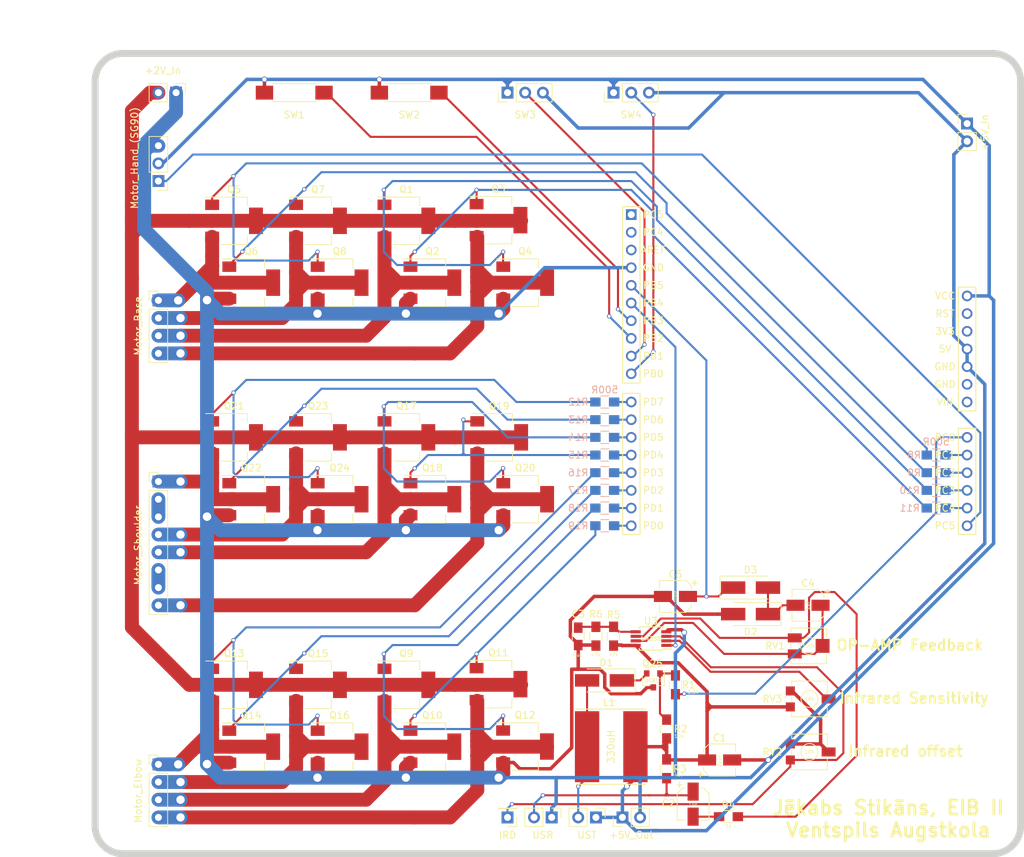
<source format=kicad_pcb>
(kicad_pcb (version 20171130) (host pcbnew "(5.0.1)-4")
  (layers (0 F.Cu signal) (31 B.Cu signal) (34 B.Paste user) (35 F.Paste user) (36 B.SilkS user) (37 F.SilkS user) (38 B.Mask user) (39 F.Mask user) (44 Edge.Cuts user))
  (net 0 "")
  (net 1 +5V)
  (net 2 GND)
  (net 3 "Net-(C2-Pad2)")
  (net 4 "Net-(C2-Pad1)")
  (net 5 "Net-(C3-Pad1)")
  (net 6 "Net-(C4-Pad2)")
  (net 7 "Net-(C4-Pad1)")
  (net 8 /Ultrasonic_distancer/Ultrasonic_Out)
  (net 9 "Net-(D1-Pad2)")
  (net 10 "Net-(D1-Pad1)")
  (net 11 /+2V)
  (net 12 /Collision_detector/Interrupt)
  (net 13 /Ultrasonic_distancer/Ultrasonic_PWM)
  (net 14 "Net-(J7-Pad1)")
  (net 15 "Net-(M2-Pad8)")
  (net 16 "Net-(M2-Pad6)")
  (net 17 "Net-(M2-Pad5)")
  (net 18 "Net-(M2-Pad4)")
  (net 19 "Net-(M2-Pad2)")
  (net 20 "Net-(M2-Pad1)")
  (net 21 "Net-(M3-Pad4)")
  (net 22 "Net-(M3-Pad3)")
  (net 23 "Net-(M3-Pad2)")
  (net 24 "Net-(M3-Pad1)")
  (net 25 /StepMotorElbow/C)
  (net 26 /StepMotorElbow/D)
  (net 27 /StepMotorElbow/A)
  (net 28 /StepMotorElbow/B)
  (net 29 /StepMotorShoulder/C)
  (net 30 /StepMotorShoulder/D)
  (net 31 /StepMotorShoulder/A)
  (net 32 /StepMotorShoulder/B)
  (net 33 "Net-(Q25-Pad1)")
  (net 34 "Net-(R4-Pad2)")
  (net 35 "Net-(RV3-Pad2)")
  (net 36 "Net-(M1-Pad3)")
  (net 37 "Net-(M1-Pad2)")
  (net 38 "Net-(M1-Pad1)")
  (net 39 "Net-(M1-Pad4)")
  (net 40 "Net-(M4-Pad1)")
  (net 41 "Net-(MCU1-Pad1)")
  (net 42 "Net-(MCU1-Pad2)")
  (net 43 "Net-(MCU1-Pad3)")
  (net 44 "Net-(MCU1-Pad7)")
  (net 45 "Net-(MCU1-Pad8)")
  (net 46 "Net-(MCU1-Pad9)")
  (net 47 "Net-(MCU1-Pad10)")
  (net 48 "Net-(MCU1-Pad11)")
  (net 49 "Net-(MCU1-Pad12)")
  (net 50 "Net-(MCU1-Pad13)")
  (net 51 "Net-(MCU1-Pad14)")
  (net 52 "Net-(MCU1-Pad15)")
  (net 53 "Net-(MCU1-Pad16)")
  (net 54 "Net-(MCU1-Pad17)")
  (net 55 "Net-(MCU1-Pad18)")
  (net 56 "Net-(MCU1-Pad21)")
  (net 57 "Net-(MCU1-Pad22)")
  (net 58 "Net-(MCU1-Pad25)")
  (net 59 "Net-(MCU1-Pad26)")
  (net 60 "Net-(MCU1-Pad29)")
  (net 61 "Net-(MCU1-Pad30)")
  (net 62 /StepMotorBase/C)
  (net 63 /StepMotorBase/D)
  (net 64 /StepMotorBase/A)
  (net 65 /StepMotorBase/B)
  (net 66 "Net-(MCU1-Pad31)")
  (net 67 "Net-(MCU1-Pad28)")
  (module Custom_Footprints:ATmega328P_Xplained_mini (layer F.Cu) (at 200.66 110.49 180)
    (fp_text reference MCU1 hide)
    (fp_text value ATmega328P)
    (fp_text user VCC (at 9.525 40.64 180) (layer F.SilkS))
    (fp_text user 3V3 (at 9.525 35.56 180) (layer F.SilkS))
    (fp_text user RST (at 9.525 38.1 180) (layer F.SilkS))
    (fp_text user GND (at 9.525 30.48 180) (layer F.SilkS))
    (fp_text user 5V (at 9.525 33.02 180) (layer F.SilkS))
    (fp_text user GND (at 9.525 27.94 180) (layer F.SilkS))
    (fp_text user VIN (at 9.525 25.4 180) (layer F.SilkS))
    (fp_text user PC1 (at 9.525 17.78 180) (layer F.SilkS))
    (fp_text user PC0 (at 9.525 20.32 180) (layer F.SilkS))
    (fp_text user PC2 (at 9.525 15.24 180) (layer F.SilkS))
    (fp_text user PC3 (at 9.525 12.7 180) (layer F.SilkS))
    (fp_text user PC4 (at 9.525 10.16 180) (layer F.SilkS))
    (fp_text user PC5 (at 9.525 7.62 180) (layer F.SilkS))
    (fp_text user PC5 (at 51.435 52.324 180) (layer F.SilkS))
    (fp_text user PC4 (at 51.435 49.784 180) (layer F.SilkS))
    (fp_text user GND (at 51.435 44.704 180) (layer F.SilkS))
    (fp_text user PB4 (at 51.435 39.624 180) (layer F.SilkS))
    (fp_text user PB3 (at 51.435 37.084 180) (layer F.SilkS))
    (fp_text user AREF (at 51.435 47.244 180) (layer F.SilkS))
    (fp_text user PB2 (at 51.435 34.544 180) (layer F.SilkS))
    (fp_text user PB5 (at 51.435 42.164 180) (layer F.SilkS))
    (fp_text user PB1 (at 51.435 32.004 180) (layer F.SilkS))
    (fp_text user PB0 (at 51.435 29.464 180) (layer F.SilkS))
    (fp_text user PD7 (at 51.435 25.4 180) (layer F.SilkS))
    (fp_text user PD6 (at 51.435 22.86 180) (layer F.SilkS))
    (fp_text user PD5 (at 51.435 20.32 180) (layer F.SilkS))
    (fp_text user PD4 (at 51.435 17.78 180) (layer F.SilkS))
    (fp_text user PD3 (at 51.435 15.24 180) (layer F.SilkS))
    (fp_text user PD2 (at 51.435 12.7 180) (layer F.SilkS))
    (fp_text user PD1 (at 51.435 10.16 180) (layer F.SilkS))
    (fp_text user PD0 (at 51.435 7.62 180) (layer F.SilkS))
    (pad 1 thru_hole rect (at 54.61 52.324) (size 1.524 1.524) (drill 1) (layers *.Cu *.Mask) (net 41 "Net-(MCU1-Pad1)"))
    (pad 2 thru_hole circle (at 54.61 49.784) (size 1.524 1.524) (drill 1) (layers *.Cu *.Mask) (net 42 "Net-(MCU1-Pad2)"))
    (pad 3 thru_hole circle (at 54.61 47.244) (size 1.524 1.524) (drill 1) (layers *.Cu *.Mask) (net 43 "Net-(MCU1-Pad3)"))
    (pad 4 thru_hole circle (at 54.61 44.704) (size 1.524 1.524) (drill 1) (layers *.Cu *.Mask) (net 2 GND))
    (pad 5 thru_hole circle (at 54.61 42.164) (size 1.524 1.524) (drill 1) (layers *.Cu *.Mask) (net 8 /Ultrasonic_distancer/Ultrasonic_Out))
    (pad 6 thru_hole circle (at 54.61 39.624) (size 1.524 1.524) (drill 1) (layers *.Cu *.Mask) (net 12 /Collision_detector/Interrupt))
    (pad 7 thru_hole circle (at 54.61 37.084) (size 1.524 1.524) (drill 1) (layers *.Cu *.Mask) (net 44 "Net-(MCU1-Pad7)"))
    (pad 8 thru_hole circle (at 54.61 34.544) (size 1.524 1.524) (drill 1) (layers *.Cu *.Mask) (net 45 "Net-(MCU1-Pad8)"))
    (pad 9 thru_hole circle (at 54.61 32.004) (size 1.524 1.524) (drill 1) (layers *.Cu *.Mask) (net 46 "Net-(MCU1-Pad9)"))
    (pad 10 thru_hole circle (at 54.61 29.464) (size 1.524 1.524) (drill 1) (layers *.Cu *.Mask) (net 47 "Net-(MCU1-Pad10)"))
    (pad 11 thru_hole circle (at 54.61 25.4 180) (size 1.524 1.524) (drill 1) (layers *.Cu *.Mask) (net 48 "Net-(MCU1-Pad11)"))
    (pad 12 thru_hole circle (at 54.61 22.86 180) (size 1.524 1.524) (drill 1) (layers *.Cu *.Mask) (net 49 "Net-(MCU1-Pad12)"))
    (pad 13 thru_hole circle (at 54.61 20.32 180) (size 1.524 1.524) (drill 1) (layers *.Cu *.Mask) (net 50 "Net-(MCU1-Pad13)"))
    (pad 14 thru_hole circle (at 54.61 17.78 180) (size 1.524 1.524) (drill 1) (layers *.Cu *.Mask) (net 51 "Net-(MCU1-Pad14)"))
    (pad 15 thru_hole circle (at 54.61 15.24 180) (size 1.524 1.524) (drill 1) (layers *.Cu *.Mask) (net 52 "Net-(MCU1-Pad15)"))
    (pad 16 thru_hole circle (at 54.61 12.7 180) (size 1.524 1.524) (drill 1) (layers *.Cu *.Mask) (net 53 "Net-(MCU1-Pad16)"))
    (pad 17 thru_hole circle (at 54.61 10.16 180) (size 1.524 1.524) (drill 1) (layers *.Cu *.Mask) (net 54 "Net-(MCU1-Pad17)"))
    (pad 18 thru_hole circle (at 54.61 7.62 180) (size 1.524 1.524) (drill 1) (layers *.Cu *.Mask) (net 55 "Net-(MCU1-Pad18)"))
    (pad 20 thru_hole circle (at 6.35 40.64 180) (size 1.524 1.524) (drill 1) (layers *.Cu *.Mask) (net 1 +5V))
    (pad 21 thru_hole circle (at 6.35 38.1 180) (size 1.524 1.524) (drill 1) (layers *.Cu *.Mask) (net 56 "Net-(MCU1-Pad21)"))
    (pad 22 thru_hole circle (at 6.35 35.56 180) (size 1.524 1.524) (drill 1) (layers *.Cu *.Mask) (net 57 "Net-(MCU1-Pad22)"))
    (pad 23 thru_hole circle (at 6.35 33.02 180) (size 1.524 1.524) (drill 1) (layers *.Cu *.Mask) (net 2 GND))
    (pad 24 thru_hole circle (at 6.35 30.48 180) (size 1.524 1.524) (drill 1) (layers *.Cu *.Mask) (net 2 GND))
    (pad 25 thru_hole circle (at 6.35 27.94 180) (size 1.524 1.524) (drill 1) (layers *.Cu *.Mask) (net 58 "Net-(MCU1-Pad25)"))
    (pad 26 thru_hole circle (at 6.35 25.4 180) (size 1.524 1.524) (drill 1) (layers *.Cu *.Mask) (net 59 "Net-(MCU1-Pad26)"))
    (pad 27 thru_hole circle (at 6.35 20.32 180) (size 1.524 1.524) (drill 1) (layers *.Cu *.Mask) (net 13 /Ultrasonic_distancer/Ultrasonic_PWM))
    (pad 28 thru_hole circle (at 6.35 17.78 180) (size 1.524 1.524) (drill 1) (layers *.Cu *.Mask) (net 67 "Net-(MCU1-Pad28)"))
    (pad 29 thru_hole circle (at 6.35 15.24 180) (size 1.524 1.524) (drill 1) (layers *.Cu *.Mask) (net 60 "Net-(MCU1-Pad29)"))
    (pad 30 thru_hole circle (at 6.35 12.7 180) (size 1.524 1.524) (drill 1) (layers *.Cu *.Mask) (net 61 "Net-(MCU1-Pad30)"))
    (pad 31 thru_hole circle (at 6.35 10.16 180) (size 1.524 1.524) (drill 1) (layers *.Cu *.Mask) (net 66 "Net-(MCU1-Pad31)"))
    (pad 32 thru_hole circle (at 6.35 7.62 180) (size 1.524 1.524) (drill 1) (layers *.Cu *.Mask) (net 40 "Net-(M4-Pad1)"))
  )
  (module Capacitors_SMD:CP_Elec_4x5.3 (layer F.Cu) (at 171.45 114.3 180)
    (fp_text reference C4 (at 0 3.175) (layer F.SilkS))
    (fp_text value 1uF (at 0 0 270) (layer F.SilkS) (effects (font (size 0.5 0.5) (thickness 0.075))))
    (fp_text user + (at -2.77 2.01 180) (layer F.SilkS))
    (pad 2 smd rect (at 1.8 0) (size 2.6 1.6) (layers F.Cu F.Paste F.Mask) (net 6 "Net-(C4-Pad2)"))
    (pad 1 smd rect (at -1.8 0) (size 2.6 1.6) (layers F.Cu F.Paste F.Mask) (net 7 "Net-(C4-Pad1)"))
  )
  (module Resistors_SMD:R_0805_HandSoldering (layer F.Cu) (at 160.02 144.675)
    (fp_text reference R4 (at 0 -1.673) (layer F.SilkS))
    (fp_text value 1k (at 0 1.375 180) (layer F.SilkS) (effects (font (size 0.5 0.5) (thickness 0.075))))
    (pad 2 smd rect (at 1.35 0) (size 1.5 1.3) (layers F.Cu F.Paste F.Mask) (net 34 "Net-(R4-Pad2)"))
    (pad 1 smd rect (at -1.35 0) (size 1.5 1.3) (layers F.Cu F.Paste F.Mask) (net 3 "Net-(C2-Pad2)"))
  )
  (module Pin_Headers:Pin_Header_Straight_1x02_Pitch2.54mm (layer F.Cu) (at 194.31 45.085)
    (fp_text reference J3 hide)
    (fp_text value +5V_In (at 2.54 1.27 90) (layer F.SilkS))
    (pad 2 thru_hole oval (at 0 2.54) (size 1.7 1.7) (drill 1) (layers *.Cu *.Mask) (net 2 GND))
    (pad 1 thru_hole rect (at 0 0) (size 1.7 1.7) (drill 1) (layers *.Cu *.Mask) (net 1 +5V))
  )
  (module Button_Switch_SMD:SW_SPST_REED_CT05-XXXX-G1 (layer F.Cu) (at 114.135 40.64)
    (fp_text reference SW2 (at 0 3.175) (layer F.SilkS))
    (fp_text value SW_Push)
    (pad 1 smd rect (at -4.28 0) (size 2.5 2) (layers F.Cu F.Paste F.Mask) (net 1 +5V))
    (pad 2 smd rect (at 4.28 0) (size 2.5 2) (layers F.Cu F.Paste F.Mask) (net 44 "Net-(MCU1-Pad7)"))
  )
  (module Button_Switch_SMD:SW_SPST_REED_CT05-XXXX-G1 (layer F.Cu) (at 97.625 40.64)
    (fp_text reference SW1 (at 0 3.175) (layer F.SilkS))
    (fp_text value SW_Push)
    (pad 2 smd rect (at 4.28 0) (size 2.5 2) (layers F.Cu F.Paste F.Mask) (net 45 "Net-(MCU1-Pad8)"))
    (pad 1 smd rect (at -4.28 0) (size 2.5 2) (layers F.Cu F.Paste F.Mask) (net 1 +5V))
  )
  (module Resistors_SMD:R_0805_HandSoldering (layer F.Cu) (at 143.51 118.745 90)
    (fp_text reference R5 (at 3.095 0) (layer F.SilkS))
    (fp_text value 47k (at -2.667 0 180) (layer F.SilkS) (effects (font (size 0.5 0.5) (thickness 0.075))))
    (pad 1 smd rect (at -1.35 0 90) (size 1.5 1.3) (layers F.Cu F.Paste F.Mask) (net 1 +5V))
    (pad 2 smd rect (at 1.35 0 90) (size 1.5 1.3) (layers F.Cu F.Paste F.Mask) (net 5 "Net-(C3-Pad1)"))
  )
  (module Capacitors_SMD:C_0805_HandSoldering (layer F.Cu) (at 138.43 118.765 270)
    (fp_text reference C3 (at -3.195 0 180) (layer F.SilkS))
    (fp_text value 0u1 (at 2.647 0) (layer F.SilkS) (effects (font (size 0.5 0.5) (thickness 0.075))))
    (pad 2 smd rect (at 1.25 0 270) (size 1.5 1.25) (layers F.Cu F.Paste F.Mask) (net 2 GND))
    (pad 1 smd rect (at -1.25 0 270) (size 1.5 1.25) (layers F.Cu F.Paste F.Mask) (net 5 "Net-(C3-Pad1)"))
  )
  (module Resistors_SMD:R_0805_HandSoldering (layer F.Cu) (at 140.97 118.745 270)
    (fp_text reference R6 (at -3.175 0 180) (layer F.SilkS))
    (fp_text value 47k (at 2.667 0 unlocked) (layer F.SilkS) (effects (font (size 0.5 0.5) (thickness 0.075))))
    (pad 1 smd rect (at -1.35 0 270) (size 1.5 1.3) (layers F.Cu F.Paste F.Mask) (net 5 "Net-(C3-Pad1)"))
    (pad 2 smd rect (at 1.35 0 270) (size 1.5 1.3) (layers F.Cu F.Paste F.Mask) (net 2 GND))
  )
  (module Potentiometers:Potentiometer_Trimmer_Vishay_TS53YL (layer F.Cu) (at 171.66 127.755 180)
    (fp_text reference RV3 (at 5.334 0) (layer F.SilkS))
    (fp_text value 10k (at 0 0) (layer F.SilkS) (effects (font (size 0.5 0.5) (thickness 0.075))))
    (pad 3 smd rect (at 2.75 1.15 180) (size 1.3 1.3) (layers F.Cu F.Mask) (net 2 GND))
    (pad 2 smd rect (at -2.75 0 180) (size 2 1.3) (layers F.Cu F.Mask) (net 35 "Net-(RV3-Pad2)"))
    (pad 1 smd rect (at 2.75 -1.15 180) (size 1.3 1.3) (layers F.Cu F.Mask) (net 1 +5V))
  )
  (module Inductors:Inductor_Taiyo-Yuden_NR-80xx_HandSoldering (layer F.Cu) (at 143.15 134.62)
    (fp_text reference L1 (at -0.275 -6.35) (layer F.SilkS))
    (fp_text value 330uH (at 0 0 90) (layer F.SilkS))
    (pad 2 smd rect (at 3.5 0) (size 3.5 10.2) (layers F.Cu F.Paste F.Mask) (net 1 +5V))
    (pad 1 smd rect (at -3.45 0) (size 3.5 10.2) (layers F.Cu F.Paste F.Mask) (net 9 "Net-(D1-Pad2)"))
  )
  (module Diodes_SMD:D_SMA_Handsoldering (layer F.Cu) (at 142.2 125.095 180)
    (fp_text reference D1 (at -0.254 2.54 180) (layer F.SilkS))
    (fp_text value D_ALT hide)
    (pad 2 smd rect (at 2.5 0 180) (size 3.5 1.8) (layers F.Cu F.Paste F.Mask) (net 9 "Net-(D1-Pad2)"))
    (pad 1 smd rect (at -2.5 0 180) (size 3.5 1.8) (layers F.Cu F.Paste F.Mask) (net 10 "Net-(D1-Pad1)"))
  )
  (module Potentiometers:Potentiometer_Trimmer_Vishay_TS53YJ (layer F.Cu) (at 171.545 120.135 180)
    (fp_text reference RV1 (at 4.826 0 180) (layer F.SilkS))
    (fp_text value 100k (at 0 0 180) (layer F.SilkS) (effects (font (size 0.5 0.5) (thickness 0.075))))
    (pad 3 smd rect (at 2 1.15 180) (size 2 1.3) (layers F.Cu F.Mask) (net 34 "Net-(R4-Pad2)"))
    (pad 2 smd rect (at -2 0 180) (size 2 2) (layers F.Cu F.Mask) (net 7 "Net-(C4-Pad1)"))
    (pad 1 smd rect (at 2 -1.15 180) (size 2 1.3) (layers F.Cu F.Mask) (net 7 "Net-(C4-Pad1)"))
  )
  (module Capacitors_SMD:CP_Elec_4x5.3 (layer F.Cu) (at 152.4 113.03 180)
    (fp_text reference C5 (at 0 3.175 180) (layer F.SilkS))
    (fp_text value 10uF (at 0 0 -90) (layer F.SilkS) (effects (font (size 0.5 0.5) (thickness 0.075))))
    (fp_text user + (at -2.77 2.01 180) (layer F.SilkS))
    (pad 1 smd rect (at -1.8 0) (size 2.6 1.6) (layers F.Cu F.Paste F.Mask) (net 8 /Ultrasonic_distancer/Ultrasonic_Out))
    (pad 2 smd rect (at 1.8 0) (size 2.6 1.6) (layers F.Cu F.Paste F.Mask) (net 2 GND))
  )
  (module Diodes_SMD:D_SMA_Handsoldering (layer F.Cu) (at 163.195 115.57 180)
    (fp_text reference D2 (at 0 -2.54 180) (layer F.SilkS))
    (fp_text value D_ALT hide)
    (pad 2 smd rect (at 2.5 0 180) (size 3.5 1.8) (layers F.Cu F.Paste F.Mask) (net 2 GND))
    (pad 1 smd rect (at -2.5 0 180) (size 3.5 1.8) (layers F.Cu F.Paste F.Mask) (net 6 "Net-(C4-Pad2)"))
  )
  (module Diodes_SMD:D_SMA_Handsoldering (layer F.Cu) (at 163.195 111.76)
    (fp_text reference D3 (at 0 -2.54) (layer F.SilkS))
    (fp_text value D_ALT hide)
    (pad 1 smd rect (at -2.5 0) (size 3.5 1.8) (layers F.Cu F.Paste F.Mask) (net 8 /Ultrasonic_distancer/Ultrasonic_Out))
    (pad 2 smd rect (at 2.5 0) (size 3.5 1.8) (layers F.Cu F.Paste F.Mask) (net 6 "Net-(C4-Pad2)"))
  )
  (module Resistors_SMD:R_0805_HandSoldering (layer F.Cu) (at 152.4 125.73 90)
    (fp_text reference R1 (at 0 1.905) (layer F.SilkS))
    (fp_text value 3,3k (at -1.016 2.54 180) (layer F.SilkS) (effects (font (size 0.5 0.5) (thickness 0.075))))
    (pad 1 smd rect (at -1.35 0 90) (size 1.5 1.3) (layers F.Cu F.Paste F.Mask) (net 13 /Ultrasonic_distancer/Ultrasonic_PWM))
    (pad 2 smd rect (at 1.35 0 90) (size 1.5 1.3) (layers F.Cu F.Paste F.Mask) (net 33 "Net-(Q25-Pad1)"))
  )
  (module Potentiometers:Potentiometer_Trimmer_Vishay_TS53YL (layer F.Cu) (at 171.66 135.375 180)
    (fp_text reference RV2 (at 5.334 0) (layer F.SilkS))
    (fp_text value 10k (at 0 0) (layer F.SilkS) (effects (font (size 0.5 0.5) (thickness 0.075))))
    (pad 1 smd rect (at 2.75 -1.15 180) (size 1.3 1.3) (layers F.Cu F.Mask) (net 14 "Net-(J7-Pad1)"))
    (pad 2 smd rect (at -2.75 0 180) (size 2 1.3) (layers F.Cu F.Mask) (net 2 GND))
    (pad 3 smd rect (at 2.75 1.15 180) (size 1.3 1.3) (layers F.Cu F.Mask) (net 2 GND))
  )
  (module Housings_SSOP:MSOP-8_3x3mm_Pitch0.65mm (layer F.Cu) (at 148.885 119.085 180)
    (fp_text reference U3 (at 0 2.54) (layer F.SilkS))
    (fp_text value LM358 (at 0.005 -0.005 180) (layer F.SilkS) (effects (font (size 0.6 0.6) (thickness 0.1))))
    (pad 8 smd rect (at 2.2 -0.975 180) (size 1.45 0.45) (layers F.Cu F.Paste F.Mask) (net 1 +5V))
    (pad 7 smd rect (at 2.2 -0.325 180) (size 1.45 0.45) (layers F.Cu F.Paste F.Mask) (net 7 "Net-(C4-Pad1)"))
    (pad 6 smd rect (at 2.2 0.325 180) (size 1.45 0.45) (layers F.Cu F.Paste F.Mask) (net 34 "Net-(R4-Pad2)"))
    (pad 5 smd rect (at 2.2 0.975 180) (size 1.45 0.45) (layers F.Cu F.Paste F.Mask) (net 5 "Net-(C3-Pad1)"))
    (pad 4 smd rect (at -2.2 0.975 180) (size 1.45 0.45) (layers F.Cu F.Paste F.Mask) (net 2 GND))
    (pad 3 smd rect (at -2.2 0.325 180) (size 1.45 0.45) (layers F.Cu F.Paste F.Mask) (net 14 "Net-(J7-Pad1)"))
    (pad 2 smd rect (at -2.2 -0.325 180) (size 1.45 0.45) (layers F.Cu F.Paste F.Mask) (net 35 "Net-(RV3-Pad2)"))
    (pad 1 smd rect (at -2.2 -0.975 180) (size 1.45 0.45) (layers F.Cu F.Paste F.Mask) (net 12 /Collision_detector/Interrupt))
  )
  (module Pin_Headers:Pin_Header_Straight_1x02_Pitch2.54mm (layer F.Cu) (at 134.62 144.78 270)
    (fp_text reference MC1 hide)
    (fp_text value USR (at 2.54 1.27) (layer F.SilkS))
    (pad 2 thru_hole oval (at 0 2.54 270) (size 1.7 1.7) (drill 1) (layers *.Cu *.Mask) (net 4 "Net-(C2-Pad1)"))
    (pad 1 thru_hole rect (at 0 0 270) (size 1.7 1.7) (drill 1) (layers *.Cu *.Mask) (net 2 GND))
  )
  (module Pin_Headers:Pin_Header_Straight_1x04_Pitch2.54mm (layer F.Cu) (at 78.105 137.16)
    (fp_text reference M3 hide)
    (fp_text value Motor_Elbow (at -2.921 3.81 90) (layer F.SilkS))
    (pad 4 thru_hole oval (at 0 7.62) (size 1.7 1.7) (drill 1) (layers *.Cu *.Mask) (net 21 "Net-(M3-Pad4)"))
    (pad 3 thru_hole oval (at 0 5.08) (size 1.7 1.7) (drill 1) (layers *.Cu *.Mask) (net 22 "Net-(M3-Pad3)"))
    (pad 2 thru_hole oval (at 0 2.54) (size 1.7 1.7) (drill 1) (layers *.Cu *.Mask) (net 23 "Net-(M3-Pad2)"))
    (pad 1 thru_hole rect (at 0 0) (size 1.7 1.7) (drill 1) (layers *.Cu *.Mask) (net 24 "Net-(M3-Pad1)"))
  )
  (module TO_SOT_Packages_SMD:SOT-223 (layer F.Cu) (at 113.74 125.73)
    (fp_text reference Q9 (at 0 -4.5) (layer F.SilkS))
    (fp_text value FZT651 hide)
    (pad 1 smd rect (at -3.15 -2.3) (size 2 1.5) (layers F.Cu F.Paste F.Mask) (net 25 /StepMotorElbow/C))
    (pad 3 smd rect (at -3.15 2.3) (size 2 1.5) (layers F.Cu F.Paste F.Mask) (net 22 "Net-(M3-Pad3)"))
    (pad 2 smd rect (at -3.15 0) (size 2 1.5) (layers F.Cu F.Paste F.Mask) (net 11 /+2V))
    (pad 4 smd rect (at 3.15 0) (size 2 3.8) (layers F.Cu F.Paste F.Mask) (net 11 /+2V))
  )
  (module TO_SOT_Packages_SMD:SOT-223 (layer F.Cu) (at 101.04 125.73)
    (fp_text reference Q15 (at 0 -4.5) (layer F.SilkS))
    (fp_text value FZT651 hide)
    (pad 4 smd rect (at 3.15 0) (size 2 3.8) (layers F.Cu F.Paste F.Mask) (net 11 /+2V))
    (pad 2 smd rect (at -3.15 0) (size 2 1.5) (layers F.Cu F.Paste F.Mask) (net 11 /+2V))
    (pad 3 smd rect (at -3.15 2.3) (size 2 1.5) (layers F.Cu F.Paste F.Mask) (net 23 "Net-(M3-Pad2)"))
    (pad 1 smd rect (at -3.15 -2.3) (size 2 1.5) (layers F.Cu F.Paste F.Mask) (net 28 /StepMotorElbow/B))
  )
  (module Capacitors_SMD:CP_Elec_4x5.3 (layer F.Cu) (at 158.75 136.525)
    (fp_text reference C1 (at 0 -3.175 -180) (layer F.SilkS))
    (fp_text value 22uF (at 0 0.127 270) (layer F.SilkS) (effects (font (size 0.5 0.5) (thickness 0.075))))
    (fp_text user + (at -2.77 2.01) (layer F.SilkS))
    (pad 1 smd rect (at -1.8 0 180) (size 2.6 1.6) (layers F.Cu F.Paste F.Mask) (net 1 +5V))
    (pad 2 smd rect (at 1.8 0 180) (size 2.6 1.6) (layers F.Cu F.Paste F.Mask) (net 2 GND))
  )
  (module Capacitors_SMD:CP_Elec_4x5.3 (layer F.Cu) (at 154.94 142.875 270)
    (fp_text reference C2 (at -0.127 3.556 180) (layer F.SilkS))
    (fp_text value 1uF (at 0 0 180) (layer F.SilkS) (effects (font (size 0.5 0.5) (thickness 0.075))))
    (fp_text user + (at -2.77 2.01 270) (layer F.SilkS))
    (pad 2 smd rect (at 1.8 0 90) (size 2.6 1.6) (layers F.Cu F.Paste F.Mask) (net 3 "Net-(C2-Pad2)"))
    (pad 1 smd rect (at -1.8 0 90) (size 2.6 1.6) (layers F.Cu F.Paste F.Mask) (net 4 "Net-(C2-Pad1)"))
  )
  (module Pin_Headers:Pin_Header_Straight_1x02_Pitch2.54mm (layer F.Cu) (at 144.78 144.78 90)
    (fp_text reference J1 hide)
    (fp_text value +5V_Out (at -2.54 1.27) (layer F.SilkS))
    (pad 1 thru_hole rect (at 0 0 90) (size 1.7 1.7) (drill 1) (layers *.Cu *.Mask) (net 1 +5V))
    (pad 2 thru_hole oval (at 0 2.54 90) (size 1.7 1.7) (drill 1) (layers *.Cu *.Mask) (net 2 GND))
  )
  (module Pin_Headers:Pin_Header_Straight_1x02_Pitch2.54mm (layer F.Cu) (at 80.645 40.64 270)
    (fp_text reference J2 hide)
    (fp_text value +2V_In (at -3.175 1.905) (layer F.SilkS))
    (pad 2 thru_hole oval (at 0 2.54 270) (size 1.7 1.7) (drill 1) (layers *.Cu *.Mask) (net 11 /+2V))
    (pad 1 thru_hole rect (at 0 0 270) (size 1.7 1.7) (drill 1) (layers *.Cu *.Mask) (net 2 GND))
  )
  (module Pin_Headers:Pin_Header_Straight_1x01_Pitch2.54mm (layer F.Cu) (at 128.27 144.78 180)
    (fp_text reference J7 hide)
    (fp_text value IRD (at 0 -2.54 180) (layer F.SilkS))
    (pad 1 thru_hole rect (at 0 0 180) (size 1.7 1.7) (drill 1) (layers *.Cu *.Mask) (net 14 "Net-(J7-Pad1)"))
  )
  (module Pin_Headers:Pin_Header_Straight_1x03_Pitch2.54mm (layer F.Cu) (at 78.105 53.34 180)
    (fp_text reference M4 hide)
    (fp_text value "Motor_Hand_(SG90)" (at 3.429 3.302 270) (layer F.SilkS))
    (pad 3 thru_hole oval (at 0 5.08 180) (size 1.7 1.7) (drill 1) (layers *.Cu *.Mask) (net 2 GND))
    (pad 2 thru_hole oval (at 0 2.54 180) (size 1.7 1.7) (drill 1) (layers *.Cu *.Mask) (net 1 +5V))
    (pad 1 thru_hole rect (at 0 0 180) (size 1.7 1.7) (drill 1) (layers *.Cu *.Mask) (net 40 "Net-(M4-Pad1)"))
  )
  (module Pin_Headers:Pin_Header_Straight_1x08_Pitch2.54mm (layer F.Cu) (at 78.105 96.52)
    (fp_text reference M2 hide)
    (fp_text value Motor_Shoulder (at -2.921 9.144 90) (layer F.SilkS))
    (pad 8 thru_hole oval (at 0 17.78) (size 1.7 1.7) (drill 1) (layers *.Cu *.Mask) (net 15 "Net-(M2-Pad8)"))
    (pad 7 thru_hole oval (at 0 15.24) (size 1.7 1.7) (drill 1) (layers *.Cu *.Mask) (net 16 "Net-(M2-Pad6)"))
    (pad 6 thru_hole oval (at 0 12.7) (size 1.7 1.7) (drill 1) (layers *.Cu *.Mask) (net 16 "Net-(M2-Pad6)"))
    (pad 5 thru_hole oval (at 0 10.16) (size 1.7 1.7) (drill 1) (layers *.Cu *.Mask) (net 17 "Net-(M2-Pad5)"))
    (pad 4 thru_hole oval (at 0 7.62) (size 1.7 1.7) (drill 1) (layers *.Cu *.Mask) (net 18 "Net-(M2-Pad4)"))
    (pad 3 thru_hole oval (at 0 5.08) (size 1.7 1.7) (drill 1) (layers *.Cu *.Mask) (net 19 "Net-(M2-Pad2)"))
    (pad 2 thru_hole oval (at 0 2.54) (size 1.7 1.7) (drill 1) (layers *.Cu *.Mask) (net 19 "Net-(M2-Pad2)"))
    (pad 1 thru_hole rect (at 0 0) (size 1.7 1.7) (drill 1) (layers *.Cu *.Mask) (net 20 "Net-(M2-Pad1)"))
  )
  (module Pin_Headers:Pin_Header_Straight_1x04_Pitch2.54mm (layer F.Cu) (at 78.105 70.485)
    (fp_text reference M1 hide)
    (fp_text value Motor_Base (at -2.921 3.683 90) (layer F.SilkS))
    (pad 1 thru_hole rect (at 0 0) (size 1.7 1.7) (drill 1) (layers *.Cu *.Mask) (net 38 "Net-(M1-Pad1)"))
    (pad 2 thru_hole oval (at 0 2.54) (size 1.7 1.7) (drill 1) (layers *.Cu *.Mask) (net 37 "Net-(M1-Pad2)"))
    (pad 3 thru_hole oval (at 0 5.08) (size 1.7 1.7) (drill 1) (layers *.Cu *.Mask) (net 36 "Net-(M1-Pad3)"))
    (pad 4 thru_hole oval (at 0 7.62) (size 1.7 1.7) (drill 1) (layers *.Cu *.Mask) (net 39 "Net-(M1-Pad4)"))
  )
  (module TO_SOT_Packages_SMD:SOT-223 (layer F.Cu) (at 113.74 59.055)
    (fp_text reference Q1 (at 0 -4.5) (layer F.SilkS))
    (fp_text value FZT651 hide)
    (pad 4 smd rect (at 3.15 0) (size 2 3.8) (layers F.Cu F.Paste F.Mask) (net 11 /+2V))
    (pad 2 smd rect (at -3.15 0) (size 2 1.5) (layers F.Cu F.Paste F.Mask) (net 11 /+2V))
    (pad 3 smd rect (at -3.15 2.3) (size 2 1.5) (layers F.Cu F.Paste F.Mask) (net 36 "Net-(M1-Pad3)"))
    (pad 1 smd rect (at -3.15 -2.3) (size 2 1.5) (layers F.Cu F.Paste F.Mask) (net 62 /StepMotorBase/C))
  )
  (module TO_SOT_Packages_SMD:SOT-223 (layer F.Cu) (at 117.475 67.945)
    (fp_text reference Q2 (at 0 -4.5) (layer F.SilkS))
    (fp_text value FZT651 hide)
    (pad 1 smd rect (at -3.15 -2.3) (size 2 1.5) (layers F.Cu F.Paste F.Mask) (net 63 /StepMotorBase/D))
    (pad 3 smd rect (at -3.15 2.3) (size 2 1.5) (layers F.Cu F.Paste F.Mask) (net 2 GND))
    (pad 2 smd rect (at -3.15 0) (size 2 1.5) (layers F.Cu F.Paste F.Mask) (net 36 "Net-(M1-Pad3)"))
    (pad 4 smd rect (at 3.15 0) (size 2 3.8) (layers F.Cu F.Paste F.Mask) (net 36 "Net-(M1-Pad3)"))
  )
  (module TO_SOT_Packages_SMD:SOT-223 (layer F.Cu) (at 126.975 58.955)
    (fp_text reference Q3 (at 0 -4.5) (layer F.SilkS))
    (fp_text value FZT651 hide)
    (pad 4 smd rect (at 3.15 0) (size 2 3.8) (layers F.Cu F.Paste F.Mask) (net 11 /+2V))
    (pad 2 smd rect (at -3.15 0) (size 2 1.5) (layers F.Cu F.Paste F.Mask) (net 11 /+2V))
    (pad 3 smd rect (at -3.15 2.3) (size 2 1.5) (layers F.Cu F.Paste F.Mask) (net 39 "Net-(M1-Pad4)"))
    (pad 1 smd rect (at -3.15 -2.3) (size 2 1.5) (layers F.Cu F.Paste F.Mask) (net 63 /StepMotorBase/D))
  )
  (module TO_SOT_Packages_SMD:SOT-223 (layer F.Cu) (at 130.81 67.945)
    (fp_text reference Q4 (at 0 -4.5) (layer F.SilkS))
    (fp_text value FZT651 hide)
    (pad 4 smd rect (at 3.15 0) (size 2 3.8) (layers F.Cu F.Paste F.Mask) (net 39 "Net-(M1-Pad4)"))
    (pad 2 smd rect (at -3.15 0) (size 2 1.5) (layers F.Cu F.Paste F.Mask) (net 39 "Net-(M1-Pad4)"))
    (pad 3 smd rect (at -3.15 2.3) (size 2 1.5) (layers F.Cu F.Paste F.Mask) (net 2 GND))
    (pad 1 smd rect (at -3.15 -2.3) (size 2 1.5) (layers F.Cu F.Paste F.Mask) (net 62 /StepMotorBase/C))
  )
  (module TO_SOT_Packages_SMD:SOT-223 (layer F.Cu) (at 88.975 59.055)
    (fp_text reference Q5 (at 0 -4.5) (layer F.SilkS))
    (fp_text value FZT651 hide)
    (pad 1 smd rect (at -3.15 -2.3) (size 2 1.5) (layers F.Cu F.Paste F.Mask) (net 64 /StepMotorBase/A))
    (pad 3 smd rect (at -3.15 2.3) (size 2 1.5) (layers F.Cu F.Paste F.Mask) (net 38 "Net-(M1-Pad1)"))
    (pad 2 smd rect (at -3.15 0) (size 2 1.5) (layers F.Cu F.Paste F.Mask) (net 11 /+2V))
    (pad 4 smd rect (at 3.15 0) (size 2 3.8) (layers F.Cu F.Paste F.Mask) (net 11 /+2V))
  )
  (module TO_SOT_Packages_SMD:SOT-223 (layer F.Cu) (at 91.44 67.945)
    (fp_text reference Q6 (at 0 -4.5) (layer F.SilkS))
    (fp_text value FZT651 hide)
    (pad 4 smd rect (at 3.15 0) (size 2 3.8) (layers F.Cu F.Paste F.Mask) (net 38 "Net-(M1-Pad1)"))
    (pad 2 smd rect (at -3.15 0) (size 2 1.5) (layers F.Cu F.Paste F.Mask) (net 38 "Net-(M1-Pad1)"))
    (pad 3 smd rect (at -3.15 2.3) (size 2 1.5) (layers F.Cu F.Paste F.Mask) (net 2 GND))
    (pad 1 smd rect (at -3.15 -2.3) (size 2 1.5) (layers F.Cu F.Paste F.Mask) (net 65 /StepMotorBase/B))
  )
  (module TO_SOT_Packages_SMD:SOT-223 (layer F.Cu) (at 101.04 59.055)
    (fp_text reference Q7 (at 0 -4.5) (layer F.SilkS))
    (fp_text value FZT651 hide)
    (pad 1 smd rect (at -3.15 -2.3) (size 2 1.5) (layers F.Cu F.Paste F.Mask) (net 65 /StepMotorBase/B))
    (pad 3 smd rect (at -3.15 2.3) (size 2 1.5) (layers F.Cu F.Paste F.Mask) (net 37 "Net-(M1-Pad2)"))
    (pad 2 smd rect (at -3.15 0) (size 2 1.5) (layers F.Cu F.Paste F.Mask) (net 11 /+2V))
    (pad 4 smd rect (at 3.15 0) (size 2 3.8) (layers F.Cu F.Paste F.Mask) (net 11 /+2V))
  )
  (module TO_SOT_Packages_SMD:SOT-223 (layer F.Cu) (at 104.14 67.945)
    (fp_text reference Q8 (at 0 -4.5) (layer F.SilkS))
    (fp_text value FZT651 hide)
    (pad 1 smd rect (at -3.15 -2.3) (size 2 1.5) (layers F.Cu F.Paste F.Mask) (net 64 /StepMotorBase/A))
    (pad 3 smd rect (at -3.15 2.3) (size 2 1.5) (layers F.Cu F.Paste F.Mask) (net 2 GND))
    (pad 2 smd rect (at -3.15 0) (size 2 1.5) (layers F.Cu F.Paste F.Mask) (net 37 "Net-(M1-Pad2)"))
    (pad 4 smd rect (at 3.15 0) (size 2 3.8) (layers F.Cu F.Paste F.Mask) (net 37 "Net-(M1-Pad2)"))
  )
  (module TO_SOT_Packages_SMD:SOT-223 (layer F.Cu) (at 117.475 134.62)
    (fp_text reference Q10 (at 0 -4.5) (layer F.SilkS))
    (fp_text value FZT651 hide)
    (pad 1 smd rect (at -3.15 -2.3) (size 2 1.5) (layers F.Cu F.Paste F.Mask) (net 26 /StepMotorElbow/D))
    (pad 3 smd rect (at -3.15 2.3) (size 2 1.5) (layers F.Cu F.Paste F.Mask) (net 2 GND))
    (pad 2 smd rect (at -3.15 0) (size 2 1.5) (layers F.Cu F.Paste F.Mask) (net 22 "Net-(M3-Pad3)"))
    (pad 4 smd rect (at 3.15 0) (size 2 3.8) (layers F.Cu F.Paste F.Mask) (net 22 "Net-(M3-Pad3)"))
  )
  (module TO_SOT_Packages_SMD:SOT-223 (layer F.Cu) (at 126.975 125.63)
    (fp_text reference Q11 (at 0 -4.5) (layer F.SilkS))
    (fp_text value FZT651 hide)
    (pad 4 smd rect (at 3.15 0) (size 2 3.8) (layers F.Cu F.Paste F.Mask) (net 11 /+2V))
    (pad 2 smd rect (at -3.15 0) (size 2 1.5) (layers F.Cu F.Paste F.Mask) (net 11 /+2V))
    (pad 3 smd rect (at -3.15 2.3) (size 2 1.5) (layers F.Cu F.Paste F.Mask) (net 21 "Net-(M3-Pad4)"))
    (pad 1 smd rect (at -3.15 -2.3) (size 2 1.5) (layers F.Cu F.Paste F.Mask) (net 26 /StepMotorElbow/D))
  )
  (module TO_SOT_Packages_SMD:SOT-223 (layer F.Cu) (at 130.785 134.595)
    (fp_text reference Q12 (at 0 -4.5) (layer F.SilkS))
    (fp_text value FZT651 hide)
    (pad 4 smd rect (at 3.15 0) (size 2 3.8) (layers F.Cu F.Paste F.Mask) (net 21 "Net-(M3-Pad4)"))
    (pad 2 smd rect (at -3.15 0) (size 2 1.5) (layers F.Cu F.Paste F.Mask) (net 21 "Net-(M3-Pad4)"))
    (pad 3 smd rect (at -3.15 2.3) (size 2 1.5) (layers F.Cu F.Paste F.Mask) (net 2 GND))
    (pad 1 smd rect (at -3.15 -2.3) (size 2 1.5) (layers F.Cu F.Paste F.Mask) (net 25 /StepMotorElbow/C))
  )
  (module TO_SOT_Packages_SMD:SOT-223 (layer F.Cu) (at 88.975 125.73)
    (fp_text reference Q13 (at 0 -4.5) (layer F.SilkS))
    (fp_text value FZT651 hide)
    (pad 1 smd rect (at -3.15 -2.3) (size 2 1.5) (layers F.Cu F.Paste F.Mask) (net 27 /StepMotorElbow/A))
    (pad 3 smd rect (at -3.15 2.3) (size 2 1.5) (layers F.Cu F.Paste F.Mask) (net 24 "Net-(M3-Pad1)"))
    (pad 2 smd rect (at -3.15 0) (size 2 1.5) (layers F.Cu F.Paste F.Mask) (net 11 /+2V))
    (pad 4 smd rect (at 3.15 0) (size 2 3.8) (layers F.Cu F.Paste F.Mask) (net 11 /+2V))
  )
  (module TO_SOT_Packages_SMD:SOT-223 (layer F.Cu) (at 91.44 134.62)
    (fp_text reference Q14 (at 0 -4.5) (layer F.SilkS))
    (fp_text value FZT651 hide)
    (pad 1 smd rect (at -3.15 -2.3) (size 2 1.5) (layers F.Cu F.Paste F.Mask) (net 28 /StepMotorElbow/B))
    (pad 3 smd rect (at -3.15 2.3) (size 2 1.5) (layers F.Cu F.Paste F.Mask) (net 2 GND))
    (pad 2 smd rect (at -3.15 0) (size 2 1.5) (layers F.Cu F.Paste F.Mask) (net 24 "Net-(M3-Pad1)"))
    (pad 4 smd rect (at 3.15 0) (size 2 3.8) (layers F.Cu F.Paste F.Mask) (net 24 "Net-(M3-Pad1)"))
  )
  (module TO_SOT_Packages_SMD:SOT-223 (layer F.Cu) (at 104.14 134.62)
    (fp_text reference Q16 (at 0 -4.5) (layer F.SilkS))
    (fp_text value FZT651 hide)
    (pad 4 smd rect (at 3.15 0) (size 2 3.8) (layers F.Cu F.Paste F.Mask) (net 23 "Net-(M3-Pad2)"))
    (pad 2 smd rect (at -3.15 0) (size 2 1.5) (layers F.Cu F.Paste F.Mask) (net 23 "Net-(M3-Pad2)"))
    (pad 3 smd rect (at -3.15 2.3) (size 2 1.5) (layers F.Cu F.Paste F.Mask) (net 2 GND))
    (pad 1 smd rect (at -3.15 -2.3) (size 2 1.5) (layers F.Cu F.Paste F.Mask) (net 27 /StepMotorElbow/A))
  )
  (module TO_SOT_Packages_SMD:SOT-223 (layer F.Cu) (at 113.74 90.17)
    (fp_text reference Q17 (at 0 -4.5) (layer F.SilkS))
    (fp_text value FZT651 hide)
    (pad 1 smd rect (at -3.15 -2.3) (size 2 1.5) (layers F.Cu F.Paste F.Mask) (net 29 /StepMotorShoulder/C))
    (pad 3 smd rect (at -3.15 2.3) (size 2 1.5) (layers F.Cu F.Paste F.Mask) (net 17 "Net-(M2-Pad5)"))
    (pad 2 smd rect (at -3.15 0) (size 2 1.5) (layers F.Cu F.Paste F.Mask) (net 11 /+2V))
    (pad 4 smd rect (at 3.15 0) (size 2 3.8) (layers F.Cu F.Paste F.Mask) (net 11 /+2V))
  )
  (module TO_SOT_Packages_SMD:SOT-223 (layer F.Cu) (at 117.475 99.06)
    (fp_text reference Q18 (at 0 -4.5) (layer F.SilkS))
    (fp_text value FZT651 hide)
    (pad 1 smd rect (at -3.15 -2.3) (size 2 1.5) (layers F.Cu F.Paste F.Mask) (net 30 /StepMotorShoulder/D))
    (pad 3 smd rect (at -3.15 2.3) (size 2 1.5) (layers F.Cu F.Paste F.Mask) (net 2 GND))
    (pad 2 smd rect (at -3.15 0) (size 2 1.5) (layers F.Cu F.Paste F.Mask) (net 17 "Net-(M2-Pad5)"))
    (pad 4 smd rect (at 3.15 0) (size 2 3.8) (layers F.Cu F.Paste F.Mask) (net 17 "Net-(M2-Pad5)"))
  )
  (module TO_SOT_Packages_SMD:SOT-223 (layer F.Cu) (at 127.075 90.17)
    (fp_text reference Q19 (at 0 -4.5) (layer F.SilkS))
    (fp_text value FZT651 hide)
    (pad 4 smd rect (at 3.15 0) (size 2 3.8) (layers F.Cu F.Paste F.Mask) (net 11 /+2V))
    (pad 2 smd rect (at -3.15 0) (size 2 1.5) (layers F.Cu F.Paste F.Mask) (net 11 /+2V))
    (pad 3 smd rect (at -3.15 2.3) (size 2 1.5) (layers F.Cu F.Paste F.Mask) (net 15 "Net-(M2-Pad8)"))
    (pad 1 smd rect (at -3.15 -2.3) (size 2 1.5) (layers F.Cu F.Paste F.Mask) (net 30 /StepMotorShoulder/D))
  )
  (module TO_SOT_Packages_SMD:SOT-223 (layer F.Cu) (at 130.81 99.06)
    (fp_text reference Q20 (at 0 -4.5) (layer F.SilkS))
    (fp_text value FZT651 hide)
    (pad 4 smd rect (at 3.15 0) (size 2 3.8) (layers F.Cu F.Paste F.Mask) (net 15 "Net-(M2-Pad8)"))
    (pad 2 smd rect (at -3.15 0) (size 2 1.5) (layers F.Cu F.Paste F.Mask) (net 15 "Net-(M2-Pad8)"))
    (pad 3 smd rect (at -3.15 2.3) (size 2 1.5) (layers F.Cu F.Paste F.Mask) (net 2 GND))
    (pad 1 smd rect (at -3.15 -2.3) (size 2 1.5) (layers F.Cu F.Paste F.Mask) (net 29 /StepMotorShoulder/C))
  )
  (module TO_SOT_Packages_SMD:SOT-223 (layer F.Cu) (at 88.975 90.17)
    (fp_text reference Q21 (at 0 -4.5) (layer F.SilkS))
    (fp_text value FZT651 hide)
    (pad 1 smd rect (at -3.15 -2.3) (size 2 1.5) (layers F.Cu F.Paste F.Mask) (net 31 /StepMotorShoulder/A))
    (pad 3 smd rect (at -3.15 2.3) (size 2 1.5) (layers F.Cu F.Paste F.Mask) (net 20 "Net-(M2-Pad1)"))
    (pad 2 smd rect (at -3.15 0) (size 2 1.5) (layers F.Cu F.Paste F.Mask) (net 11 /+2V))
    (pad 4 smd rect (at 3.15 0) (size 2 3.8) (layers F.Cu F.Paste F.Mask) (net 11 /+2V))
  )
  (module TO_SOT_Packages_SMD:SOT-223 (layer F.Cu) (at 91.44 99.06)
    (fp_text reference Q22 (at 0 -4.5) (layer F.SilkS))
    (fp_text value FZT651 hide)
    (pad 1 smd rect (at -3.15 -2.3) (size 2 1.5) (layers F.Cu F.Paste F.Mask) (net 32 /StepMotorShoulder/B))
    (pad 3 smd rect (at -3.15 2.3) (size 2 1.5) (layers F.Cu F.Paste F.Mask) (net 2 GND))
    (pad 2 smd rect (at -3.15 0) (size 2 1.5) (layers F.Cu F.Paste F.Mask) (net 20 "Net-(M2-Pad1)"))
    (pad 4 smd rect (at 3.15 0) (size 2 3.8) (layers F.Cu F.Paste F.Mask) (net 20 "Net-(M2-Pad1)"))
  )
  (module TO_SOT_Packages_SMD:SOT-223 (layer F.Cu) (at 101.04 90.17)
    (fp_text reference Q23 (at 0 -4.5) (layer F.SilkS))
    (fp_text value FZT651 hide)
    (pad 4 smd rect (at 3.15 0) (size 2 3.8) (layers F.Cu F.Paste F.Mask) (net 11 /+2V))
    (pad 2 smd rect (at -3.15 0) (size 2 1.5) (layers F.Cu F.Paste F.Mask) (net 11 /+2V))
    (pad 3 smd rect (at -3.15 2.3) (size 2 1.5) (layers F.Cu F.Paste F.Mask) (net 18 "Net-(M2-Pad4)"))
    (pad 1 smd rect (at -3.15 -2.3) (size 2 1.5) (layers F.Cu F.Paste F.Mask) (net 32 /StepMotorShoulder/B))
  )
  (module TO_SOT_Packages_SMD:SOT-223 (layer F.Cu) (at 104.14 99.06)
    (fp_text reference Q24 (at 0 -4.5) (layer F.SilkS))
    (fp_text value FZT651 hide)
    (pad 4 smd rect (at 3.15 0) (size 2 3.8) (layers F.Cu F.Paste F.Mask) (net 18 "Net-(M2-Pad4)"))
    (pad 2 smd rect (at -3.15 0) (size 2 1.5) (layers F.Cu F.Paste F.Mask) (net 18 "Net-(M2-Pad4)"))
    (pad 3 smd rect (at -3.15 2.3) (size 2 1.5) (layers F.Cu F.Paste F.Mask) (net 2 GND))
    (pad 1 smd rect (at -3.15 -2.3) (size 2 1.5) (layers F.Cu F.Paste F.Mask) (net 31 /StepMotorShoulder/A))
  )
  (module TO_SOT_Packages_SMD:SOT-23 (layer F.Cu) (at 149.225 125.095 270)
    (fp_text reference Q25 (at -2.413 0.127 180) (layer F.SilkS))
    (fp_text value BC817 (at 0 0) (layer F.SilkS) (effects (font (size 0.5 0.5) (thickness 0.075))))
    (pad 3 smd rect (at 1 0 270) (size 0.9 0.8) (layers F.Cu F.Paste F.Mask) (net 2 GND))
    (pad 2 smd rect (at -1 0.95 270) (size 0.9 0.8) (layers F.Cu F.Paste F.Mask) (net 10 "Net-(D1-Pad1)"))
    (pad 1 smd rect (at -1 -0.95 270) (size 0.9 0.8) (layers F.Cu F.Paste F.Mask) (net 33 "Net-(Q25-Pad1)"))
  )
  (module Resistors_SMD:R_0805_HandSoldering (layer F.Cu) (at 151.13 132.08 90)
    (fp_text reference R2 (at 0 2.032 180) (layer F.SilkS))
    (fp_text value 10k (at -1.016 1.778) (layer F.SilkS) (effects (font (size 0.5 0.5) (thickness 0.075))))
    (pad 2 smd rect (at 1.35 0 90) (size 1.5 1.3) (layers F.Cu F.Paste F.Mask) (net 33 "Net-(Q25-Pad1)"))
    (pad 1 smd rect (at -1.35 0 90) (size 1.5 1.3) (layers F.Cu F.Paste F.Mask) (net 1 +5V))
  )
  (module Resistors_SMD:R_0805_HandSoldering (layer F.Cu) (at 151.13 137.795 270)
    (fp_text reference R3 (at 0 -1.905) (layer F.SilkS))
    (fp_text value 4k7 (at 0.889 -1.778) (layer F.SilkS) (effects (font (size 0.5 0.5) (thickness 0.075))))
    (pad 1 smd rect (at -1.35 0 270) (size 1.5 1.3) (layers F.Cu F.Paste F.Mask) (net 1 +5V))
    (pad 2 smd rect (at 1.35 0 270) (size 1.5 1.3) (layers F.Cu F.Paste F.Mask) (net 4 "Net-(C2-Pad1)"))
  )
  (module Resistors_SMD:R_0805_HandSoldering (layer B.Cu) (at 189.865 92.71)
    (fp_text reference R8 (at -3.175 0) (layer B.SilkS) (effects (justify mirror)))
    (fp_text value 500R (at 0 -1.905 180) (layer B.SilkS) (effects (justify mirror)))
    (pad 2 smd rect (at 1.35 0) (size 1.5 1.3) (layers B.Cu B.Paste B.Mask) (net 67 "Net-(MCU1-Pad28)"))
    (pad 1 smd rect (at -1.35 0) (size 1.5 1.3) (layers B.Cu B.Paste B.Mask) (net 64 /StepMotorBase/A))
  )
  (module Resistors_SMD:R_0805_HandSoldering (layer B.Cu) (at 189.865 95.25)
    (fp_text reference R9 (at -3.175 0) (layer B.SilkS) (effects (justify mirror)))
    (fp_text value 500R hide)
    (pad 2 smd rect (at 1.35 0) (size 1.5 1.3) (layers B.Cu B.Paste B.Mask) (net 60 "Net-(MCU1-Pad29)"))
    (pad 1 smd rect (at -1.35 0) (size 1.5 1.3) (layers B.Cu B.Paste B.Mask) (net 65 /StepMotorBase/B))
  )
  (module Resistors_SMD:R_0805_HandSoldering (layer B.Cu) (at 189.865 97.79)
    (fp_text reference R10 (at -3.81 0) (layer B.SilkS) (effects (justify mirror)))
    (fp_text value 500R hide)
    (pad 2 smd rect (at 1.35 0) (size 1.5 1.3) (layers B.Cu B.Paste B.Mask) (net 61 "Net-(MCU1-Pad30)"))
    (pad 1 smd rect (at -1.35 0) (size 1.5 1.3) (layers B.Cu B.Paste B.Mask) (net 62 /StepMotorBase/C))
  )
  (module Resistors_SMD:R_0805_HandSoldering (layer B.Cu) (at 189.865 100.33)
    (fp_text reference R11 (at -3.81 0) (layer B.SilkS) (effects (justify mirror)))
    (fp_text value 500R hide)
    (pad 1 smd rect (at -1.35 0) (size 1.5 1.3) (layers B.Cu B.Paste B.Mask) (net 63 /StepMotorBase/D))
    (pad 2 smd rect (at 1.35 0) (size 1.5 1.3) (layers B.Cu B.Paste B.Mask) (net 66 "Net-(MCU1-Pad31)"))
  )
  (module Resistors_SMD:R_0805_HandSoldering (layer B.Cu) (at 142.24 85.09)
    (fp_text reference R12 (at -3.81 0) (layer B.SilkS) (effects (justify mirror)))
    (fp_text value 500R (at 0 -1.75) (layer B.SilkS) (effects (justify mirror)))
    (pad 1 smd rect (at -1.35 0) (size 1.5 1.3) (layers B.Cu B.Paste B.Mask) (net 31 /StepMotorShoulder/A))
    (pad 2 smd rect (at 1.35 0) (size 1.5 1.3) (layers B.Cu B.Paste B.Mask) (net 48 "Net-(MCU1-Pad11)"))
  )
  (module Resistors_SMD:R_0805_HandSoldering (layer B.Cu) (at 142.24 87.63)
    (fp_text reference R13 (at -3.81 0) (layer B.SilkS) (effects (justify mirror)))
    (fp_text value 500R hide)
    (pad 2 smd rect (at 1.35 0) (size 1.5 1.3) (layers B.Cu B.Paste B.Mask) (net 49 "Net-(MCU1-Pad12)"))
    (pad 1 smd rect (at -1.35 0) (size 1.5 1.3) (layers B.Cu B.Paste B.Mask) (net 32 /StepMotorShoulder/B))
  )
  (module Resistors_SMD:R_0805_HandSoldering (layer B.Cu) (at 142.24 90.17)
    (fp_text reference R14 (at -3.81 0) (layer B.SilkS) (effects (justify mirror)))
    (fp_text value 500R hide)
    (pad 1 smd rect (at -1.35 0) (size 1.5 1.3) (layers B.Cu B.Paste B.Mask) (net 29 /StepMotorShoulder/C))
    (pad 2 smd rect (at 1.35 0) (size 1.5 1.3) (layers B.Cu B.Paste B.Mask) (net 50 "Net-(MCU1-Pad13)"))
  )
  (module Resistors_SMD:R_0805_HandSoldering (layer B.Cu) (at 142.24 92.71)
    (fp_text reference R15 (at -3.81 0) (layer B.SilkS) (effects (justify mirror)))
    (fp_text value 500R hide)
    (pad 2 smd rect (at 1.35 0) (size 1.5 1.3) (layers B.Cu B.Paste B.Mask) (net 51 "Net-(MCU1-Pad14)"))
    (pad 1 smd rect (at -1.35 0) (size 1.5 1.3) (layers B.Cu B.Paste B.Mask) (net 30 /StepMotorShoulder/D))
  )
  (module Resistors_SMD:R_0805_HandSoldering (layer B.Cu) (at 142.24 95.25)
    (fp_text reference R16 (at -3.81 0) (layer B.SilkS) (effects (justify mirror)))
    (fp_text value 500R hide)
    (pad 2 smd rect (at 1.35 0) (size 1.5 1.3) (layers B.Cu B.Paste B.Mask) (net 52 "Net-(MCU1-Pad15)"))
    (pad 1 smd rect (at -1.35 0) (size 1.5 1.3) (layers B.Cu B.Paste B.Mask) (net 27 /StepMotorElbow/A))
  )
  (module Resistors_SMD:R_0805_HandSoldering (layer B.Cu) (at 142.24 97.79)
    (fp_text reference R17 (at -3.81 0) (layer B.SilkS) (effects (justify mirror)))
    (fp_text value 500R hide)
    (pad 1 smd rect (at -1.35 0) (size 1.5 1.3) (layers B.Cu B.Paste B.Mask) (net 28 /StepMotorElbow/B))
    (pad 2 smd rect (at 1.35 0) (size 1.5 1.3) (layers B.Cu B.Paste B.Mask) (net 53 "Net-(MCU1-Pad16)"))
  )
  (module Resistors_SMD:R_0805_HandSoldering (layer B.Cu) (at 142.24 100.33)
    (fp_text reference R18 (at -3.81 0) (layer B.SilkS) (effects (justify mirror)))
    (fp_text value 500R hide)
    (pad 2 smd rect (at 1.35 0) (size 1.5 1.3) (layers B.Cu B.Paste B.Mask) (net 54 "Net-(MCU1-Pad17)"))
    (pad 1 smd rect (at -1.35 0) (size 1.5 1.3) (layers B.Cu B.Paste B.Mask) (net 25 /StepMotorElbow/C))
  )
  (module Resistors_SMD:R_0805_HandSoldering (layer B.Cu) (at 142.24 102.87)
    (fp_text reference R19 (at -3.81 0) (layer B.SilkS) (effects (justify mirror)))
    (fp_text value 500R hide)
    (pad 1 smd rect (at -1.35 0) (size 1.5 1.3) (layers B.Cu B.Paste B.Mask) (net 26 /StepMotorElbow/D))
    (pad 2 smd rect (at 1.35 0) (size 1.5 1.3) (layers B.Cu B.Paste B.Mask) (net 55 "Net-(MCU1-Pad18)"))
  )
  (module Pin_Headers:Pin_Header_Straight_1x02_Pitch2.54mm (layer F.Cu) (at 140.97 144.78 270)
    (fp_text reference LS1 hide)
    (fp_text value UST (at 2.54 1.27) (layer F.SilkS))
    (pad 1 thru_hole rect (at 0 0 270) (size 1.7 1.7) (drill 1) (layers *.Cu *.Mask) (net 1 +5V))
    (pad 2 thru_hole oval (at 0 2.54 270) (size 1.7 1.7) (drill 1) (layers *.Cu *.Mask) (net 9 "Net-(D1-Pad2)"))
  )
  (module Connector_PinHeader_2.54mm:PinHeader_1x03_P2.54mm_Vertical (layer F.Cu) (at 128.27 40.64 90)
    (fp_text reference SW3 (at -3.175 2.54 180) (layer F.SilkS))
    (fp_text value Switch_Custom)
    (pad 3 thru_hole oval (at 0 5.08 90) (size 1.7 1.7) (drill 1) (layers *.Cu *.Mask) (net 2 GND))
    (pad 2 thru_hole oval (at 0 2.54 90) (size 1.7 1.7) (drill 1) (layers *.Cu *.Mask) (net 46 "Net-(MCU1-Pad9)"))
    (pad 1 thru_hole rect (at 0 0 90) (size 1.7 1.7) (drill 1) (layers *.Cu *.Mask) (net 1 +5V))
  )
  (module Connector_PinHeader_2.54mm:PinHeader_1x03_P2.54mm_Vertical (layer F.Cu) (at 143.51 40.64 90)
    (fp_text reference SW4 (at -3.175 2.54 180) (layer F.SilkS))
    (fp_text value Switch_Custom)
    (pad 1 thru_hole rect (at 0 0 90) (size 1.7 1.7) (drill 1) (layers *.Cu *.Mask) (net 1 +5V))
    (pad 2 thru_hole oval (at 0 2.54 90) (size 1.7 1.7) (drill 1) (layers *.Cu *.Mask) (net 47 "Net-(MCU1-Pad10)"))
    (pad 3 thru_hole oval (at 0 5.08 90) (size 1.7 1.7) (drill 1) (layers *.Cu *.Mask) (net 2 GND))
  )
  (gr_arc (start 198 39) (end 202 39) (angle -90) (layer Edge.Cuts) (width 1))
  (gr_arc (start 198 146) (end 198 150) (angle -90) (layer Edge.Cuts) (width 1))
  (gr_arc (start 73 146) (end 69 146) (angle -90) (layer Edge.Cuts) (width 1))
  (gr_arc (start 73 39) (end 73 35) (angle -90) (layer Edge.Cuts) (width 1))
  (gr_text "Infrared Sensitivity" (at 186.69 127.635) (layer F.SilkS) (effects (font (size 1.5 1.5) (thickness 0.3))))
  (gr_text "Infrared offset" (at 185.42 135.255) (layer F.SilkS) (effects (font (size 1.5 1.5) (thickness 0.3))))
  (gr_text "OP-AMP Feedback" (at 186.055 120.015) (layer F.SilkS) (effects (font (size 1.5 1.5) (thickness 0.3))))
  (gr_text "Jēkabs Stikāns, EIB II\nVentspils Augstkola" (at 183 145) (layer F.SilkS) (effects (font (size 2 2) (thickness 0.4))))
  (gr_line (start 73 150) (end 198 150) (layer Edge.Cuts) (width 1))
  (gr_line (start 69 39) (end 69 146) (layer Edge.Cuts) (width 1))
  (gr_line (start 198 35) (end 73 35) (layer Edge.Cuts) (width 1))
  (gr_line (start 202 146) (end 202 39) (layer Edge.Cuts) (width 1))
  (segment (start 140.97 144.78) (end 144.78 144.78) (width 0.5) (layer B.Cu) (net 1))
  (segment (start 144.78 144.78) (end 146.685 146.685) (width 0.5) (layer B.Cu) (net 1))
  (segment (start 146.375 134.62) (end 148.625 134.62) (width 0.5) (layer F.Cu) (net 1))
  (segment (start 150.495 134.62) (end 151.13 133.985) (width 0.5) (layer F.Cu) (net 1))
  (segment (start 151.13 133.985) (end 151.13 134.62) (width 0.5) (layer F.Cu) (net 1))
  (segment (start 151.13 133.43) (end 151.13 133.985) (width 0.5) (layer F.Cu) (net 1))
  (segment (start 150.495 134.62) (end 151.13 134.62) (width 0.5) (layer F.Cu) (net 1))
  (segment (start 148.625 134.62) (end 150.495 134.62) (width 0.5) (layer F.Cu) (net 1))
  (segment (start 150.495 134.62) (end 151.13 135.255) (width 0.5) (layer F.Cu) (net 1))
  (segment (start 151.13 134.62) (end 151.13 135.255) (width 0.5) (layer F.Cu) (net 1))
  (segment (start 151.13 135.255) (end 151.13 136.445) (width 0.5) (layer F.Cu) (net 1))
  (segment (start 144.78 140.97) (end 144.78 144.78) (width 0.5) (layer B.Cu) (net 1))
  (segment (start 146.65 139.1) (end 146.65 134.62) (width 0.5) (layer F.Cu) (net 1))
  (segment (start 146.685 146.685) (end 149.225 146.685) (width 0.5) (layer B.Cu) (net 1))
  (segment (start 149.225 146.685) (end 149.86 146.685) (width 0.5) (layer B.Cu) (net 1))
  (segment (start 151.13 133.43) (end 151.13 133.33) (width 0.5) (layer F.Cu) (net 1))
  (segment (start 78.105 51.435) (end 84.455 45.085) (width 0.5) (layer B.Cu) (net 1))
  (segment (start 145.415 140.335) (end 146.65 139.1) (width 0.5) (layer F.Cu) (net 1))
  (via (at 145.415 140.335) (size 0.8) (drill 0.6) (layers F.Cu B.Cu) (net 1))
  (segment (start 145.415 140.335) (end 144.78 140.97) (width 0.5) (layer B.Cu) (net 1))
  (segment (start 84.455 45.085) (end 90.805 38.735) (width 0.5) (layer B.Cu) (net 1))
  (segment (start 187.96 38.735) (end 194.31 45.085) (width 0.5) (layer B.Cu) (net 1))
  (via (at 93.345 38.735) (size 0.8) (drill 0.6) (layers F.Cu B.Cu) (net 1))
  (segment (start 93.345 40.64) (end 93.345 38.735) (width 0.5) (layer F.Cu) (net 1))
  (segment (start 90.805 38.735) (end 93.345 38.735) (width 0.5) (layer B.Cu) (net 1))
  (via (at 109.855 38.735) (size 0.8) (drill 0.6) (layers F.Cu B.Cu) (net 1))
  (segment (start 109.855 40.64) (end 109.855 38.735) (width 0.5) (layer F.Cu) (net 1))
  (segment (start 93.345 38.735) (end 109.855 38.735) (width 0.5) (layer B.Cu) (net 1))
  (segment (start 128.27 39.37) (end 127.635 38.735) (width 0.5) (layer B.Cu) (net 1))
  (segment (start 127.635 38.735) (end 128.27 38.735) (width 0.5) (layer B.Cu) (net 1))
  (segment (start 109.855 38.735) (end 127.635 38.735) (width 0.5) (layer B.Cu) (net 1))
  (segment (start 128.27 39.37) (end 128.27 38.735) (width 0.5) (layer B.Cu) (net 1))
  (segment (start 128.27 40.64) (end 128.27 39.37) (width 0.5) (layer B.Cu) (net 1))
  (segment (start 128.27 39.37) (end 128.905 38.735) (width 0.5) (layer B.Cu) (net 1))
  (segment (start 128.27 38.735) (end 128.905 38.735) (width 0.5) (layer B.Cu) (net 1))
  (segment (start 143.51 39.37) (end 142.875 38.735) (width 0.5) (layer B.Cu) (net 1))
  (segment (start 142.875 38.735) (end 143.51 38.735) (width 0.5) (layer B.Cu) (net 1))
  (segment (start 128.905 38.735) (end 142.875 38.735) (width 0.5) (layer B.Cu) (net 1))
  (segment (start 143.51 39.37) (end 143.51 38.735) (width 0.5) (layer B.Cu) (net 1))
  (segment (start 143.51 40.64) (end 143.51 39.37) (width 0.5) (layer B.Cu) (net 1))
  (segment (start 143.51 39.37) (end 144.145 38.735) (width 0.5) (layer B.Cu) (net 1))
  (segment (start 143.51 38.735) (end 144.145 38.735) (width 0.5) (layer B.Cu) (net 1))
  (segment (start 144.145 38.735) (end 187.96 38.735) (width 0.5) (layer B.Cu) (net 1))
  (segment (start 197.485 48.26) (end 196.215 46.99) (width 0.5) (layer B.Cu) (net 1))
  (segment (start 196.215 46.99) (end 194.31 45.085) (width 0.5) (layer B.Cu) (net 1))
  (segment (start 194.31 69.85) (end 197.485 69.85) (width 0.5) (layer B.Cu) (net 1))
  (segment (start 197.485 69.85) (end 197.485 48.26) (width 0.5) (layer B.Cu) (net 1))
  (segment (start 198.12 70.485) (end 197.485 69.85) (width 0.5) (layer B.Cu) (net 1))
  (segment (start 198.12 105.41) (end 198.12 70.485) (width 0.5) (layer B.Cu) (net 1))
  (segment (start 149.225 146.685) (end 156.845 146.685) (width 0.5) (layer B.Cu) (net 1))
  (segment (start 156.845 146.685) (end 198.12 105.41) (width 0.5) (layer B.Cu) (net 1))
  (segment (start 151.21 136.525) (end 151.13 136.445) (width 0.5) (layer F.Cu) (net 1))
  (segment (start 156.95 136.525) (end 151.21 136.525) (width 0.5) (layer F.Cu) (net 1))
  (segment (start 168.91 128.905) (end 167.76 128.905) (width 0.5) (layer F.Cu) (net 1))
  (segment (start 156.95 128.375) (end 156.95 128.27) (width 0.5) (layer F.Cu) (net 1))
  (segment (start 157.48 128.905) (end 156.95 128.375) (width 0.5) (layer F.Cu) (net 1))
  (segment (start 156.95 128.905) (end 156.95 128.27) (width 0.5) (layer F.Cu) (net 1))
  (segment (start 157.48 128.905) (end 156.95 128.905) (width 0.5) (layer F.Cu) (net 1))
  (segment (start 167.76 128.905) (end 157.48 128.905) (width 0.5) (layer F.Cu) (net 1))
  (segment (start 156.95 129.435) (end 156.95 129.54) (width 0.5) (layer F.Cu) (net 1))
  (segment (start 157.48 128.905) (end 156.95 129.435) (width 0.5) (layer F.Cu) (net 1))
  (segment (start 156.95 136.525) (end 156.95 129.54) (width 0.5) (layer F.Cu) (net 1))
  (segment (start 156.95 129.54) (end 156.95 128.905) (width 0.5) (layer F.Cu) (net 1))
  (segment (start 156.95 128.27) (end 156.95 126.719998) (width 0.5) (layer F.Cu) (net 1))
  (segment (start 144.66 120.015) (end 143.51 120.015) (width 0.5) (layer F.Cu) (net 1))
  (segment (start 156.95 126.719998) (end 152.785002 122.555) (width 0.5) (layer F.Cu) (net 1))
  (segment (start 152.785002 122.555) (end 149.18 122.555) (width 0.5) (layer F.Cu) (net 1))
  (segment (start 149.18 122.555) (end 146.710001 120.085001) (width 0.5) (layer F.Cu) (net 1))
  (segment (start 146.710001 120.085001) (end 144.730001 120.085001) (width 0.5) (layer F.Cu) (net 1))
  (segment (start 144.730001 120.085001) (end 144.66 120.015) (width 0.5) (layer F.Cu) (net 1))
  (segment (start 85.29 101.36) (end 85.09 101.56) (width 2) (layer F.Cu) (net 2))
  (segment (start 88.29 101.36) (end 85.29 101.36) (width 2) (layer F.Cu) (net 2))
  (segment (start 85.09 101.56) (end 85.09 101.56) (width 2) (layer F.Cu) (net 2))
  (via (at 85.09 101.56) (size 1.6) (drill 1.2) (layers F.Cu B.Cu) (net 2))
  (via (at 100.965 103.505) (size 1.6) (drill 1.2) (layers F.Cu B.Cu) (net 2))
  (segment (start 100.99 101.36) (end 100.99 103.48) (width 2) (layer F.Cu) (net 2))
  (segment (start 100.99 103.48) (end 100.965 103.505) (width 2) (layer F.Cu) (net 2))
  (via (at 85.09 101.56) (size 1.6) (drill 1.2) (layers F.Cu B.Cu) (net 2))
  (segment (start 100.965 103.505) (end 87.035 103.505) (width 2) (layer B.Cu) (net 2))
  (segment (start 87.035 103.505) (end 85.09 101.56) (width 2) (layer B.Cu) (net 2))
  (via (at 113.665 103.505) (size 1.6) (drill 1.2) (layers F.Cu B.Cu) (net 2))
  (segment (start 100.965 103.505) (end 113.665 103.505) (width 2) (layer B.Cu) (net 2))
  (segment (start 113.665 102.02) (end 114.325 101.36) (width 2) (layer F.Cu) (net 2))
  (segment (start 113.665 103.505) (end 113.665 102.02) (width 2) (layer F.Cu) (net 2))
  (via (at 127 103.505) (size 1.6) (drill 1.2) (layers F.Cu B.Cu) (net 2))
  (segment (start 127.66 101.36) (end 127.66 102.845) (width 2) (layer F.Cu) (net 2))
  (segment (start 127.66 102.845) (end 127 103.505) (width 2) (layer F.Cu) (net 2))
  (segment (start 127 103.505) (end 113.665 103.505) (width 2) (layer B.Cu) (net 2))
  (segment (start 127 72.39) (end 113.665 72.39) (width 2) (layer B.Cu) (net 2))
  (segment (start 88.29 70.245) (end 85.29 70.245) (width 2) (layer F.Cu) (net 2))
  (segment (start 85.29 70.245) (end 85.09 70.445) (width 2) (layer F.Cu) (net 2))
  (segment (start 85.09 70.445) (end 85.09 70.445) (width 2) (layer F.Cu) (net 2))
  (segment (start 100.965 72.39) (end 87.035 72.39) (width 2) (layer B.Cu) (net 2))
  (segment (start 87.035 72.39) (end 85.09 70.445) (width 2) (layer B.Cu) (net 2))
  (segment (start 113.665 72.39) (end 113.665 70.905) (width 2) (layer F.Cu) (net 2))
  (segment (start 100.965 72.39) (end 113.665 72.39) (width 2) (layer B.Cu) (net 2))
  (via (at 100.965 72.39) (size 1.6) (drill 1.2) (layers F.Cu B.Cu) (net 2))
  (via (at 113.665 72.39) (size 1.6) (drill 1.2) (layers F.Cu B.Cu) (net 2))
  (segment (start 100.99 72.365) (end 100.965 72.39) (width 2) (layer F.Cu) (net 2))
  (segment (start 100.99 70.245) (end 100.99 72.365) (width 2) (layer F.Cu) (net 2))
  (segment (start 127.66 70.245) (end 127.66 71.73) (width 2) (layer F.Cu) (net 2))
  (via (at 85.09 70.445) (size 1.6) (drill 1.2) (layers F.Cu B.Cu) (net 2))
  (segment (start 113.665 70.905) (end 114.325 70.245) (width 2) (layer F.Cu) (net 2))
  (via (at 85.09 70.445) (size 1.6) (drill 1.2) (layers F.Cu B.Cu) (net 2))
  (via (at 127 72.39) (size 1.6) (drill 1.2) (layers F.Cu B.Cu) (net 2))
  (segment (start 127.66 71.73) (end 127 72.39) (width 2) (layer F.Cu) (net 2))
  (segment (start 85.09 101.56) (end 85.09 70.445) (width 2) (layer B.Cu) (net 2))
  (segment (start 100.965 139.065) (end 87.035 139.065) (width 2) (layer B.Cu) (net 2))
  (segment (start 87.035 139.065) (end 85.09 137.12) (width 2) (layer B.Cu) (net 2))
  (segment (start 88.29 136.92) (end 85.29 136.92) (width 2) (layer F.Cu) (net 2))
  (segment (start 85.29 136.92) (end 85.09 137.12) (width 2) (layer F.Cu) (net 2))
  (segment (start 127 139.065) (end 113.665 139.065) (width 2) (layer B.Cu) (net 2))
  (segment (start 85.09 137.12) (end 85.09 137.12) (width 2) (layer F.Cu) (net 2))
  (segment (start 100.99 136.92) (end 100.99 139.04) (width 2) (layer F.Cu) (net 2))
  (segment (start 127.66 136.92) (end 127.66 138.405) (width 2) (layer F.Cu) (net 2))
  (segment (start 113.665 139.065) (end 113.665 137.58) (width 2) (layer F.Cu) (net 2))
  (segment (start 100.99 139.04) (end 100.965 139.065) (width 2) (layer F.Cu) (net 2))
  (segment (start 100.965 139.065) (end 113.665 139.065) (width 2) (layer B.Cu) (net 2))
  (segment (start 113.665 137.58) (end 114.325 136.92) (width 2) (layer F.Cu) (net 2))
  (segment (start 127.66 138.405) (end 127 139.065) (width 2) (layer F.Cu) (net 2))
  (via (at 127 139.065) (size 1.6) (drill 1.2) (layers F.Cu B.Cu) (net 2))
  (via (at 85.09 137.12) (size 1.6) (drill 1.2) (layers F.Cu B.Cu) (net 2))
  (via (at 85.09 137.12) (size 1.6) (drill 1.2) (layers F.Cu B.Cu) (net 2))
  (via (at 113.665 139.065) (size 1.6) (drill 1.2) (layers F.Cu B.Cu) (net 2))
  (via (at 100.965 139.065) (size 1.6) (drill 1.2) (layers F.Cu B.Cu) (net 2))
  (segment (start 85.09 137.12) (end 85.09 101.56) (width 2) (layer B.Cu) (net 2))
  (segment (start 76.902919 48.26) (end 78.105 48.26) (width 2) (layer B.Cu) (net 2))
  (segment (start 76.054999 49.10792) (end 76.902919 48.26) (width 2) (layer B.Cu) (net 2))
  (segment (start 76.054999 60.278629) (end 76.054999 49.10792) (width 2) (layer B.Cu) (net 2))
  (segment (start 85.09 69.31363) (end 76.054999 60.278629) (width 2) (layer B.Cu) (net 2))
  (segment (start 85.09 70.445) (end 85.09 69.31363) (width 2) (layer B.Cu) (net 2))
  (segment (start 133.604 65.786) (end 146.05 65.786) (width 0.5) (layer B.Cu) (net 2))
  (segment (start 127 72.39) (end 133.604 65.786) (width 0.5) (layer B.Cu) (net 2))
  (segment (start 76.054999 48.080001) (end 76.054999 49.10792) (width 2) (layer B.Cu) (net 2))
  (segment (start 80.645 40.64) (end 80.645 43.49) (width 2) (layer B.Cu) (net 2))
  (segment (start 147.32 143.577919) (end 147.32 144.78) (width 0.5) (layer B.Cu) (net 2))
  (segment (start 147.32 140.981998) (end 147.32 143.577919) (width 0.5) (layer B.Cu) (net 2))
  (segment (start 135.255 142.795) (end 135.255 139.065) (width 0.5) (layer B.Cu) (net 2))
  (segment (start 134.62 143.43) (end 135.255 142.795) (width 0.5) (layer B.Cu) (net 2))
  (segment (start 134.62 144.78) (end 134.62 143.43) (width 0.5) (layer B.Cu) (net 2))
  (segment (start 127 139.065) (end 135.255 139.065) (width 0.5) (layer B.Cu) (net 2))
  (segment (start 135.255 139.065) (end 145.403002 139.065) (width 0.5) (layer B.Cu) (net 2))
  (segment (start 148.325 126.095) (end 149.225 126.095) (width 0.5) (layer F.Cu) (net 2))
  (segment (start 147.42 127) (end 148.325 126.095) (width 0.5) (layer F.Cu) (net 2))
  (segment (start 143.144998 127) (end 147.42 127) (width 0.5) (layer F.Cu) (net 2))
  (segment (start 141.550003 123.485001) (end 142.24 124.174998) (width 0.5) (layer F.Cu) (net 2))
  (segment (start 142.24 124.174998) (end 142.24 126.095002) (width 0.5) (layer F.Cu) (net 2))
  (segment (start 127.635 136.895) (end 129.135 136.895) (width 0.5) (layer F.Cu) (net 2))
  (segment (start 142.24 126.095002) (end 143.144998 127) (width 0.5) (layer F.Cu) (net 2))
  (segment (start 130.035 137.795) (end 134.445002 137.795) (width 0.5) (layer F.Cu) (net 2))
  (segment (start 134.445002 137.795) (end 137.499999 134.740003) (width 0.5) (layer F.Cu) (net 2))
  (segment (start 129.135 136.895) (end 130.035 137.795) (width 0.5) (layer F.Cu) (net 2))
  (segment (start 137.499999 134.740003) (end 137.499999 123.485001) (width 0.5) (layer F.Cu) (net 2))
  (segment (start 173.26 134.225) (end 174.41 135.375) (width 0.5) (layer F.Cu) (net 2))
  (segment (start 171.45 134.225) (end 173.26 134.225) (width 0.5) (layer F.Cu) (net 2))
  (segment (start 168.91 134.225) (end 171.45 134.225) (width 0.5) (layer F.Cu) (net 2))
  (segment (start 168.91 126.605) (end 169.15 126.605) (width 0.5) (layer F.Cu) (net 2))
  (segment (start 169.15 126.605) (end 171.45 128.905) (width 0.5) (layer F.Cu) (net 2))
  (segment (start 140.97 123.485001) (end 141.550003 123.485001) (width 0.5) (layer F.Cu) (net 2))
  (segment (start 194.31 47.625) (end 187.325 40.64) (width 0.5) (layer B.Cu) (net 2))
  (segment (start 154.305 45.72) (end 159.385 40.64) (width 0.5) (layer B.Cu) (net 2))
  (segment (start 138.43 45.72) (end 154.305 45.72) (width 0.5) (layer B.Cu) (net 2))
  (segment (start 133.35 40.64) (end 138.43 45.72) (width 0.5) (layer B.Cu) (net 2))
  (segment (start 187.325 40.64) (end 159.385 40.64) (width 0.5) (layer B.Cu) (net 2))
  (segment (start 159.385 40.64) (end 148.59 40.64) (width 0.5) (layer B.Cu) (net 2))
  (segment (start 147.32 140.981998) (end 147.32 139.065) (width 0.5) (layer B.Cu) (net 2))
  (segment (start 147.32 139.065) (end 145.403002 139.065) (width 0.5) (layer B.Cu) (net 2))
  (segment (start 173.26 130.715) (end 172.085 129.54) (width 0.5) (layer F.Cu) (net 2))
  (segment (start 171.45 128.905) (end 172.085 129.54) (width 0.5) (layer F.Cu) (net 2))
  (segment (start 173.26 131.445) (end 173.26 130.715) (width 0.5) (layer F.Cu) (net 2))
  (segment (start 173.26 134.225) (end 173.26 131.445) (width 0.5) (layer F.Cu) (net 2))
  (segment (start 194.31 80.01) (end 194.31 77.47) (width 0.5) (layer B.Cu) (net 2))
  (segment (start 193.460001 48.474999) (end 194.31 47.625) (width 0.5) (layer B.Cu) (net 2))
  (segment (start 192.405 49.53) (end 193.460001 48.474999) (width 0.5) (layer B.Cu) (net 2))
  (segment (start 192.405 75.565) (end 192.405 49.53) (width 0.5) (layer B.Cu) (net 2))
  (segment (start 194.31 77.47) (end 192.405 75.565) (width 0.5) (layer B.Cu) (net 2))
  (segment (start 196.85 82.55) (end 194.31 80.01) (width 0.5) (layer B.Cu) (net 2))
  (segment (start 196.85 105.41) (end 196.85 82.55) (width 0.5) (layer B.Cu) (net 2))
  (segment (start 154.49737 139.065) (end 163.195 139.065) (width 0.5) (layer B.Cu) (net 2))
  (segment (start 167.64 134.62) (end 196.85 105.41) (width 0.5) (layer B.Cu) (net 2))
  (segment (start 140.89 120.015) (end 140.97 120.095) (width 0.5) (layer F.Cu) (net 2))
  (segment (start 138.43 120.015) (end 140.89 120.015) (width 0.5) (layer F.Cu) (net 2))
  (segment (start 137.499999 123.485001) (end 138.43 123.485001) (width 0.5) (layer F.Cu) (net 2))
  (segment (start 138.43 123.485001) (end 140.97 123.485001) (width 0.5) (layer F.Cu) (net 2))
  (via (at 153.67 118.21499) (size 0.8) (drill 0.6) (layers F.Cu B.Cu) (net 2))
  (segment (start 153.67 119.900002) (end 153.67 118.21499) (width 0.5) (layer B.Cu) (net 2))
  (segment (start 152.4 121.170002) (end 153.67 119.900002) (width 0.5) (layer B.Cu) (net 2))
  (segment (start 152.4 139.065) (end 152.4 121.170002) (width 0.5) (layer B.Cu) (net 2))
  (segment (start 152.4 139.065) (end 147.32 139.065) (width 0.5) (layer B.Cu) (net 2))
  (segment (start 154.49737 139.065) (end 152.4 139.065) (width 0.5) (layer B.Cu) (net 2))
  (segment (start 151.380009 117.814991) (end 151.110001 118.084999) (width 0.5) (layer F.Cu) (net 2))
  (segment (start 153.270001 117.814991) (end 151.380009 117.814991) (width 0.5) (layer F.Cu) (net 2))
  (segment (start 153.67 118.21499) (end 153.270001 117.814991) (width 0.5) (layer F.Cu) (net 2))
  (segment (start 138.43 119.89) (end 138.43 120.015) (width 0.5) (layer F.Cu) (net 2))
  (segment (start 137.305 118.765) (end 138.43 119.89) (width 0.5) (layer F.Cu) (net 2))
  (segment (start 137.305 116.454998) (end 137.305 118.765) (width 0.5) (layer F.Cu) (net 2))
  (segment (start 166.37 135.89) (end 167.64 134.62) (width 0.5) (layer B.Cu) (net 2))
  (segment (start 163.195 139.065) (end 166.37 135.89) (width 0.5) (layer B.Cu) (net 2))
  (segment (start 162.35 136.525) (end 160.55 136.525) (width 0.5) (layer F.Cu) (net 2))
  (segment (start 165.735 136.525) (end 162.35 136.525) (width 0.5) (layer F.Cu) (net 2))
  (segment (start 166.37 135.89) (end 165.735 136.525) (width 0.5) (layer F.Cu) (net 2))
  (segment (start 168.515 134.225) (end 168.91 134.225) (width 0.5) (layer F.Cu) (net 2))
  (segment (start 166.37 135.89) (end 168.275 133.985) (width 0.5) (layer F.Cu) (net 2))
  (segment (start 168.275 133.985) (end 168.515 134.225) (width 0.5) (layer F.Cu) (net 2))
  (segment (start 138.43 120.015) (end 138.43 123.485001) (width 0.5) (layer F.Cu) (net 2))
  (via (at 165.735 136.525) (size 0.8) (drill 0.6) (layers F.Cu B.Cu) (net 2))
  (segment (start 80.645 43.49) (end 76.054999 48.080001) (width 2) (layer B.Cu) (net 2))
  (segment (start 140.729998 113.03) (end 137.305 116.454998) (width 0.5) (layer F.Cu) (net 2))
  (segment (start 150.6 113.03) (end 151.1 113.03) (width 0.5) (layer F.Cu) (net 2))
  (segment (start 150.6 113.03) (end 140.729998 113.03) (width 0.5) (layer F.Cu) (net 2))
  (segment (start 158.445 115.57) (end 160.695 115.57) (width 0.5) (layer F.Cu) (net 2))
  (segment (start 153.64 115.57) (end 158.445 115.57) (width 0.5) (layer F.Cu) (net 2))
  (segment (start 151.1 113.03) (end 153.64 115.57) (width 0.5) (layer F.Cu) (net 2))
  (segment (start 154.94 144.675) (end 158.67 144.675) (width 0.3) (layer F.Cu) (net 3))
  (segment (start 132.08 144.78) (end 132.08 142.875) (width 0.3) (layer B.Cu) (net 4))
  (via (at 133.35 141.605) (size 0.6) (drill 0.4) (layers F.Cu B.Cu) (net 4))
  (segment (start 132.08 142.875) (end 133.35 141.605) (width 0.3) (layer B.Cu) (net 4))
  (segment (start 148.77 141.605) (end 148.59 141.605) (width 0.3) (layer F.Cu) (net 4))
  (segment (start 151.13 139.145) (end 151.13 139.245) (width 0.3) (layer F.Cu) (net 4))
  (segment (start 133.35 141.605) (end 148.59 141.605) (width 0.3) (layer F.Cu) (net 4))
  (segment (start 154.94 140.575) (end 154.94 141.075) (width 0.3) (layer F.Cu) (net 4))
  (segment (start 154.41 141.605) (end 154.94 141.075) (width 0.3) (layer F.Cu) (net 4))
  (segment (start 151.13 141.351) (end 150.876 141.605) (width 0.3) (layer F.Cu) (net 4))
  (segment (start 150.876 141.605) (end 151.13 141.605) (width 0.3) (layer F.Cu) (net 4))
  (segment (start 148.59 141.605) (end 150.876 141.605) (width 0.3) (layer F.Cu) (net 4))
  (segment (start 151.13 141.224) (end 151.13 141.605) (width 0.3) (layer F.Cu) (net 4))
  (segment (start 151.13 139.145) (end 151.13 141.224) (width 0.3) (layer F.Cu) (net 4))
  (segment (start 151.13 141.351) (end 151.384 141.605) (width 0.3) (layer F.Cu) (net 4))
  (segment (start 151.13 141.224) (end 151.13 141.351) (width 0.3) (layer F.Cu) (net 4))
  (segment (start 151.13 141.605) (end 151.384 141.605) (width 0.3) (layer F.Cu) (net 4))
  (segment (start 151.384 141.605) (end 154.41 141.605) (width 0.3) (layer F.Cu) (net 4))
  (segment (start 144.305 118.11) (end 143.51 117.315) (width 0.3) (layer F.Cu) (net 5))
  (segment (start 146.685 118.11) (end 144.305 118.11) (width 0.3) (layer F.Cu) (net 5))
  (segment (start 143.51 117.395) (end 140.97 117.395) (width 0.3) (layer F.Cu) (net 5))
  (segment (start 138.55 117.395) (end 138.43 117.515) (width 0.3) (layer F.Cu) (net 5))
  (segment (start 140.97 117.395) (end 138.55 117.395) (width 0.3) (layer F.Cu) (net 5))
  (segment (start 165.695 111.76) (end 165.695 115.57) (width 0.3) (layer F.Cu) (net 6))
  (segment (start 167.815 114.3) (end 166.545 115.57) (width 0.3) (layer F.Cu) (net 6))
  (segment (start 166.545 115.57) (end 165.695 115.57) (width 0.3) (layer F.Cu) (net 6))
  (segment (start 169.65 114.3) (end 167.815 114.3) (width 0.3) (layer F.Cu) (net 6))
  (segment (start 172.395 121.285) (end 173.545 120.135) (width 0.3) (layer F.Cu) (net 7))
  (segment (start 169.545 121.285) (end 172.395 121.285) (width 0.3) (layer F.Cu) (net 7))
  (segment (start 173.355 119.945) (end 173.545 120.135) (width 0.3) (layer F.Cu) (net 7))
  (segment (start 173.545 114.595) (end 173.25 114.3) (width 0.3) (layer F.Cu) (net 7))
  (segment (start 173.545 120.135) (end 173.545 114.595) (width 0.3) (layer F.Cu) (net 7))
  (segment (start 159.385 121.285) (end 169.545 121.285) (width 0.3) (layer F.Cu) (net 7))
  (segment (start 154.94 116.84) (end 159.385 121.285) (width 0.3) (layer F.Cu) (net 7))
  (segment (start 150.774998 116.84) (end 154.94 116.84) (width 0.3) (layer F.Cu) (net 7))
  (segment (start 146.685 119.41) (end 148.204998 119.41) (width 0.3) (layer F.Cu) (net 7))
  (segment (start 148.204998 119.41) (end 150.774998 116.84) (width 0.3) (layer F.Cu) (net 7))
  (segment (start 159.845 111.76) (end 160.695 111.76) (width 0.3) (layer F.Cu) (net 8))
  (via (at 156.845 113.03) (size 0.6) (drill 0.4) (layers F.Cu B.Cu) (net 8))
  (segment (start 156.845 113.03) (end 158.575 113.03) (width 0.3) (layer F.Cu) (net 8))
  (segment (start 156.845 113.03) (end 156.845 79.121) (width 0.3) (layer B.Cu) (net 8))
  (segment (start 146.05 68.326) (end 156.845 79.121) (width 0.3) (layer B.Cu) (net 8))
  (segment (start 154.2 113.03) (end 156.845 113.03) (width 0.3) (layer F.Cu) (net 8))
  (segment (start 158.575 113.03) (end 159.845 111.76) (width 0.3) (layer F.Cu) (net 8))
  (segment (start 139.7 125.095) (end 139.7 134.62) (width 0.3) (layer F.Cu) (net 9))
  (segment (start 138.43 144.78) (end 138.43 140.335) (width 0.3) (layer B.Cu) (net 9))
  (segment (start 139.7 139.065) (end 139.7 134.62) (width 0.3) (layer F.Cu) (net 9))
  (via (at 138.43 140.335) (size 0.6) (drill 0.4) (layers F.Cu B.Cu) (net 9))
  (segment (start 138.43 140.335) (end 139.7 139.065) (width 0.3) (layer F.Cu) (net 9))
  (segment (start 144.7 125.095) (end 146.75 125.095) (width 0.3) (layer F.Cu) (net 10))
  (segment (start 148.275 124.095) (end 148.275 124.14) (width 0.3) (layer F.Cu) (net 10))
  (segment (start 147.32 125.095) (end 146.75 125.095) (width 0.3) (layer F.Cu) (net 10))
  (segment (start 148.275 124.14) (end 147.32 125.095) (width 0.3) (layer F.Cu) (net 10))
  (segment (start 120.7 90.17) (end 85.825 90.17) (width 2) (layer F.Cu) (net 11))
  (segment (start 123.925 90.17) (end 120.7 90.17) (width 2) (layer F.Cu) (net 11))
  (segment (start 130.225 90.17) (end 123.925 90.17) (width 2) (layer F.Cu) (net 11))
  (segment (start 130.225 59.055) (end 123.925 59.055) (width 2) (layer F.Cu) (net 11))
  (segment (start 120.7 59.055) (end 85.825 59.055) (width 2) (layer F.Cu) (net 11))
  (segment (start 123.925 59.055) (end 120.7 59.055) (width 2) (layer F.Cu) (net 11))
  (segment (start 74.295 67.31) (end 74.295 90.17) (width 2) (layer F.Cu) (net 11))
  (segment (start 74.295 90.17) (end 85.825 90.17) (width 2) (layer F.Cu) (net 11))
  (segment (start 74.295 90.17) (end 74.295 116.84) (width 2) (layer F.Cu) (net 11))
  (segment (start 120.7 125.73) (end 85.825 125.73) (width 2) (layer F.Cu) (net 11))
  (segment (start 130.225 125.73) (end 123.925 125.73) (width 2) (layer F.Cu) (net 11))
  (segment (start 123.925 125.73) (end 120.7 125.73) (width 2) (layer F.Cu) (net 11))
  (segment (start 82.55 125.73) (end 85.825 125.73) (width 2) (layer F.Cu) (net 11))
  (segment (start 74.295 117.475) (end 74.295 116.84) (width 2) (layer F.Cu) (net 11))
  (segment (start 82.55 125.73) (end 74.295 117.475) (width 2) (layer F.Cu) (net 11))
  (segment (start 85.825 59.055) (end 82.55 59.055) (width 2) (layer F.Cu) (net 11))
  (segment (start 76.902919 40.64) (end 74.295 43.247919) (width 2) (layer F.Cu) (net 11))
  (segment (start 78.105 40.64) (end 76.902919 40.64) (width 2) (layer F.Cu) (net 11))
  (segment (start 76.2 59.055) (end 74.295 57.15) (width 2) (layer F.Cu) (net 11))
  (segment (start 74.295 57.15) (end 74.295 59.055) (width 2) (layer F.Cu) (net 11))
  (segment (start 74.295 43.247919) (end 74.295 57.15) (width 2) (layer F.Cu) (net 11))
  (segment (start 76.2 59.055) (end 82.55 59.055) (width 2) (layer F.Cu) (net 11))
  (segment (start 74.295 59.055) (end 76.2 59.055) (width 2) (layer F.Cu) (net 11))
  (segment (start 76.2 59.055) (end 74.295 60.96) (width 2) (layer F.Cu) (net 11))
  (segment (start 74.295 59.055) (end 74.295 60.96) (width 2) (layer F.Cu) (net 11))
  (segment (start 74.295 60.96) (end 74.295 67.31) (width 2) (layer F.Cu) (net 11))
  (segment (start 151.085 120.06) (end 151.81 120.06) (width 0.3) (layer F.Cu) (net 12))
  (segment (start 152.4 118.745) (end 152.4 77.216) (width 0.3) (layer B.Cu) (net 12))
  (segment (start 152.4 77.216) (end 146.05 70.866) (width 0.3) (layer B.Cu) (net 12))
  (via (at 152.4 120.06) (size 0.6) (drill 0.4) (layers F.Cu B.Cu) (net 12))
  (segment (start 151.085 120.06) (end 152.4 120.06) (width 0.3) (layer F.Cu) (net 12))
  (segment (start 152.4 118.745) (end 152.4 120.06) (width 0.3) (layer B.Cu) (net 12))
  (via (at 153.67 127) (size 0.6) (drill 0.4) (layers F.Cu B.Cu) (net 13))
  (segment (start 152.4 127.08) (end 153.59 127.08) (width 0.3) (layer F.Cu) (net 13))
  (segment (start 153.59 127.08) (end 153.67 127) (width 0.3) (layer F.Cu) (net 13))
  (segment (start 154.094264 127) (end 153.67 127) (width 0.3) (layer B.Cu) (net 13))
  (segment (start 163.875002 127) (end 154.094264 127) (width 0.3) (layer B.Cu) (net 13))
  (segment (start 189.865 101.010002) (end 163.875002 127) (width 0.3) (layer B.Cu) (net 13))
  (segment (start 189.865 90.805) (end 189.865 101.010002) (width 0.3) (layer B.Cu) (net 13))
  (segment (start 190.5 90.17) (end 189.865 90.805) (width 0.3) (layer B.Cu) (net 13))
  (segment (start 194.31 90.17) (end 190.5 90.17) (width 0.3) (layer B.Cu) (net 13))
  (via (at 128.905 142.875) (size 0.6) (drill 0.4) (layers F.Cu B.Cu) (net 14))
  (segment (start 128.27 144.78) (end 128.27 143.51) (width 0.3) (layer B.Cu) (net 14))
  (segment (start 128.27 143.51) (end 128.905 142.875) (width 0.3) (layer B.Cu) (net 14))
  (segment (start 156.845 142.875) (end 128.905 142.875) (width 0.3) (layer F.Cu) (net 14))
  (segment (start 159.385 142.875) (end 156.845 142.875) (width 0.3) (layer F.Cu) (net 14))
  (segment (start 168.91 137.475) (end 163.51 142.875) (width 0.3) (layer F.Cu) (net 14))
  (segment (start 168.91 136.525) (end 168.91 137.475) (width 0.3) (layer F.Cu) (net 14))
  (segment (start 163.51 142.875) (end 159.385 142.875) (width 0.3) (layer F.Cu) (net 14))
  (segment (start 153.05 118.76) (end 151.085 118.76) (width 0.3) (layer F.Cu) (net 14))
  (segment (start 175.540002 136.525) (end 176.53 135.535002) (width 0.3) (layer F.Cu) (net 14))
  (segment (start 168.91 136.525) (end 175.540002 136.525) (width 0.3) (layer F.Cu) (net 14))
  (segment (start 176.53 135.535002) (end 176.53 127) (width 0.3) (layer F.Cu) (net 14))
  (segment (start 176.53 127) (end 172.735 123.205) (width 0.3) (layer F.Cu) (net 14))
  (segment (start 172.735 123.205) (end 157.495 123.205) (width 0.3) (layer F.Cu) (net 14))
  (segment (start 157.495 123.205) (end 153.05 118.76) (width 0.3) (layer F.Cu) (net 14))
  (segment (start 114.935 114.3) (end 123.925 105.31) (width 2) (layer F.Cu) (net 15))
  (segment (start 124.779998 99.06) (end 123.925 98.205002) (width 2) (layer F.Cu) (net 15))
  (segment (start 124.779998 99.475002) (end 123.925 100.33) (width 2) (layer F.Cu) (net 15))
  (segment (start 124.779998 99.06) (end 124.779998 99.475002) (width 2) (layer F.Cu) (net 15))
  (segment (start 123.925 105.31) (end 123.925 100.33) (width 2) (layer F.Cu) (net 15))
  (segment (start 123.925 99.06) (end 125.73 99.06) (width 2) (layer F.Cu) (net 15))
  (segment (start 125.73 99.06) (end 124.779998 99.06) (width 2) (layer F.Cu) (net 15))
  (segment (start 133.96 99.06) (end 125.73 99.06) (width 2) (layer F.Cu) (net 15))
  (segment (start 123.925 99.06) (end 123.925 98.205002) (width 2) (layer F.Cu) (net 15))
  (segment (start 123.925 100.33) (end 123.925 99.06) (width 2) (layer F.Cu) (net 15))
  (segment (start 123.925 99.06) (end 123.925 97.155) (width 2) (layer F.Cu) (net 15))
  (segment (start 123.925 92.47) (end 123.925 97.155) (width 2) (layer F.Cu) (net 15))
  (segment (start 123.925 97.155) (end 123.925 98.205002) (width 2) (layer F.Cu) (net 15))
  (segment (start 123.925 97.255) (end 125.73 99.06) (width 2) (layer F.Cu) (net 15))
  (segment (start 123.925 97.155) (end 123.925 97.255) (width 2) (layer F.Cu) (net 15))
  (segment (start 124.46 100.33) (end 123.925 100.33) (width 2) (layer F.Cu) (net 15))
  (segment (start 125.73 99.06) (end 124.46 100.33) (width 2) (layer F.Cu) (net 15))
  (via (at 81.28 114.3) (size 1.6) (drill 1.2) (layers F.Cu B.Cu) (net 15))
  (segment (start 78.105 114.3) (end 81.28 114.3) (width 2) (layer B.Cu) (net 15))
  (segment (start 81.28 114.3) (end 114.935 114.3) (width 2) (layer F.Cu) (net 15))
  (segment (start 78.105 109.22) (end 78.105 111.76) (width 2) (layer B.Cu) (net 16))
  (segment (start 110.59 98.325) (end 111.325 99.06) (width 2) (layer F.Cu) (net 17))
  (segment (start 114.325 99.06) (end 120.625 99.06) (width 2) (layer F.Cu) (net 17))
  (segment (start 107.95 106.68) (end 110.59 104.04) (width 2) (layer F.Cu) (net 17))
  (segment (start 110.59 100.865) (end 112.395 99.06) (width 2) (layer F.Cu) (net 17))
  (segment (start 110.59 100.965) (end 110.59 100.865) (width 2) (layer F.Cu) (net 17))
  (segment (start 112.395 99.06) (end 114.325 99.06) (width 2) (layer F.Cu) (net 17))
  (segment (start 111.325 99.06) (end 112.395 99.06) (width 2) (layer F.Cu) (net 17))
  (segment (start 110.59 100.965) (end 110.59 98.325) (width 2) (layer F.Cu) (net 17))
  (segment (start 110.59 104.04) (end 110.59 100.965) (width 2) (layer F.Cu) (net 17))
  (segment (start 112.395 98.96) (end 110.59 97.155) (width 2) (layer F.Cu) (net 17))
  (segment (start 112.395 99.06) (end 112.395 98.96) (width 2) (layer F.Cu) (net 17))
  (segment (start 110.59 92.47) (end 110.59 97.155) (width 2) (layer F.Cu) (net 17))
  (segment (start 110.59 97.155) (end 110.59 98.325) (width 2) (layer F.Cu) (net 17))
  (via (at 81.28 106.68) (size 1.6) (drill 1.2) (layers F.Cu B.Cu) (net 17))
  (segment (start 78.105 106.68) (end 81.28 106.68) (width 2) (layer B.Cu) (net 17))
  (segment (start 81.28 106.68) (end 107.95 106.68) (width 2) (layer F.Cu) (net 17))
  (segment (start 107.29 99.06) (end 100.99 99.06) (width 2) (layer F.Cu) (net 18))
  (segment (start 97.89 95.22) (end 97.89 92.47) (width 2) (layer F.Cu) (net 18))
  (segment (start 97.89 97.570002) (end 97.89 95.22) (width 2) (layer F.Cu) (net 18))
  (segment (start 99.379998 99.06) (end 97.89 97.570002) (width 2) (layer F.Cu) (net 18))
  (segment (start 100.99 99.06) (end 99.379998 99.06) (width 2) (layer F.Cu) (net 18))
  (segment (start 99.16 99.06) (end 97.89 100.33) (width 2) (layer F.Cu) (net 18))
  (segment (start 99.379998 99.06) (end 99.16 99.06) (width 2) (layer F.Cu) (net 18))
  (segment (start 97.89 100.33) (end 97.89 97.570002) (width 2) (layer F.Cu) (net 18))
  (segment (start 97.89 102.135) (end 97.89 100.33) (width 2) (layer F.Cu) (net 18))
  (segment (start 95.885 104.14) (end 97.89 102.135) (width 2) (layer F.Cu) (net 18))
  (via (at 81.28 104.14) (size 1.6) (drill 1.2) (layers F.Cu B.Cu) (net 18))
  (segment (start 78.105 104.14) (end 81.28 104.14) (width 2) (layer B.Cu) (net 18))
  (segment (start 81.28 104.14) (end 95.885 104.14) (width 2) (layer F.Cu) (net 18))
  (segment (start 78.105 99.06) (end 78.105 101.6) (width 2) (layer B.Cu) (net 19))
  (segment (start 85.925 99.06) (end 88.925 99.06) (width 2) (layer F.Cu) (net 20))
  (segment (start 85.825 98.96) (end 85.925 99.06) (width 2) (layer F.Cu) (net 20))
  (segment (start 88.29 99.06) (end 94.59 99.06) (width 2) (layer F.Cu) (net 20))
  (segment (start 85.585 92.71) (end 85.825 92.47) (width 2) (layer F.Cu) (net 20))
  (segment (start 85.725 95.25) (end 84.455 96.52) (width 2) (layer F.Cu) (net 20))
  (segment (start 85.825 95.25) (end 85.725 95.25) (width 2) (layer F.Cu) (net 20))
  (segment (start 84.455 96.52) (end 85.825 96.52) (width 2) (layer F.Cu) (net 20))
  (segment (start 85.825 95.25) (end 85.825 96.52) (width 2) (layer F.Cu) (net 20))
  (segment (start 85.825 92.47) (end 85.825 95.25) (width 2) (layer F.Cu) (net 20))
  (segment (start 84.555 96.52) (end 85.825 97.79) (width 2) (layer F.Cu) (net 20))
  (segment (start 84.455 96.52) (end 84.555 96.52) (width 2) (layer F.Cu) (net 20))
  (segment (start 85.825 96.52) (end 85.825 97.79) (width 2) (layer F.Cu) (net 20))
  (segment (start 85.825 97.79) (end 85.825 98.96) (width 2) (layer F.Cu) (net 20))
  (via (at 81.28 96.52) (size 1.6) (drill 1.2) (layers F.Cu B.Cu) (net 20))
  (segment (start 78.105 96.52) (end 81.28 96.52) (width 2) (layer B.Cu) (net 20))
  (segment (start 81.28 96.52) (end 84.455 96.52) (width 2) (layer F.Cu) (net 20))
  (segment (start 120.015 144.78) (end 114.935 144.78) (width 2) (layer F.Cu) (net 21))
  (segment (start 123.925 140.87) (end 120.015 144.78) (width 2) (layer F.Cu) (net 21))
  (segment (start 123.925 135.89) (end 123.925 134.62) (width 2) (layer F.Cu) (net 21))
  (segment (start 123.925 134.62) (end 125.73 134.62) (width 2) (layer F.Cu) (net 21))
  (segment (start 123.925 132.715) (end 123.925 132.815) (width 2) (layer F.Cu) (net 21))
  (segment (start 123.925 132.815) (end 125.73 134.62) (width 2) (layer F.Cu) (net 21))
  (segment (start 124.779998 134.62) (end 123.925 133.765002) (width 2) (layer F.Cu) (net 21))
  (segment (start 123.925 134.62) (end 123.925 133.765002) (width 2) (layer F.Cu) (net 21))
  (segment (start 133.96 134.62) (end 125.73 134.62) (width 2) (layer F.Cu) (net 21))
  (segment (start 125.73 134.62) (end 124.779998 134.62) (width 2) (layer F.Cu) (net 21))
  (segment (start 125.73 134.62) (end 124.46 135.89) (width 2) (layer F.Cu) (net 21))
  (segment (start 124.779998 135.035002) (end 123.925 135.89) (width 2) (layer F.Cu) (net 21))
  (segment (start 124.46 135.89) (end 123.925 135.89) (width 2) (layer F.Cu) (net 21))
  (segment (start 124.779998 134.62) (end 124.779998 135.035002) (width 2) (layer F.Cu) (net 21))
  (segment (start 123.925 140.87) (end 123.925 135.89) (width 2) (layer F.Cu) (net 21))
  (segment (start 123.925 128.03) (end 123.925 132.715) (width 2) (layer F.Cu) (net 21))
  (segment (start 123.925 132.715) (end 123.925 133.765002) (width 2) (layer F.Cu) (net 21))
  (segment (start 123.925 134.62) (end 123.925 132.715) (width 2) (layer F.Cu) (net 21))
  (via (at 81.28 144.78) (size 1.6) (drill 1.2) (layers F.Cu B.Cu) (net 21))
  (segment (start 78.105 144.78) (end 81.28 144.78) (width 2) (layer B.Cu) (net 21))
  (segment (start 81.28 144.78) (end 114.935 144.78) (width 2) (layer F.Cu) (net 21))
  (segment (start 110.59 136.425) (end 112.395 134.62) (width 2) (layer F.Cu) (net 22))
  (segment (start 110.59 136.525) (end 110.59 136.425) (width 2) (layer F.Cu) (net 22))
  (segment (start 112.395 134.62) (end 114.325 134.62) (width 2) (layer F.Cu) (net 22))
  (segment (start 110.59 139.6) (end 110.59 136.525) (width 2) (layer F.Cu) (net 22))
  (segment (start 110.59 128.03) (end 110.59 132.715) (width 2) (layer F.Cu) (net 22))
  (segment (start 110.59 132.715) (end 110.59 133.885) (width 2) (layer F.Cu) (net 22))
  (segment (start 112.395 134.52) (end 110.59 132.715) (width 2) (layer F.Cu) (net 22))
  (segment (start 107.95 142.24) (end 110.59 139.6) (width 2) (layer F.Cu) (net 22))
  (segment (start 112.395 134.62) (end 112.395 134.52) (width 2) (layer F.Cu) (net 22))
  (segment (start 110.59 133.885) (end 111.325 134.62) (width 2) (layer F.Cu) (net 22))
  (segment (start 114.325 134.62) (end 120.625 134.62) (width 2) (layer F.Cu) (net 22))
  (segment (start 110.59 136.525) (end 110.59 133.885) (width 2) (layer F.Cu) (net 22))
  (segment (start 111.325 134.62) (end 112.395 134.62) (width 2) (layer F.Cu) (net 22))
  (via (at 81.28 142.24) (size 1.6) (drill 1.2) (layers F.Cu B.Cu) (net 22))
  (segment (start 78.105 142.24) (end 81.28 142.24) (width 2) (layer B.Cu) (net 22))
  (segment (start 81.28 142.24) (end 107.95 142.24) (width 2) (layer F.Cu) (net 22))
  (segment (start 99.379998 134.62) (end 97.89 133.130002) (width 2) (layer F.Cu) (net 23))
  (segment (start 97.89 135.89) (end 97.89 133.130002) (width 2) (layer F.Cu) (net 23))
  (segment (start 97.89 133.130002) (end 97.89 130.78) (width 2) (layer F.Cu) (net 23))
  (segment (start 100.99 134.62) (end 99.379998 134.62) (width 2) (layer F.Cu) (net 23))
  (segment (start 97.89 137.695) (end 97.89 135.89) (width 2) (layer F.Cu) (net 23))
  (segment (start 99.16 134.62) (end 97.89 135.89) (width 2) (layer F.Cu) (net 23))
  (segment (start 95.885 139.7) (end 97.89 137.695) (width 2) (layer F.Cu) (net 23))
  (segment (start 97.89 130.78) (end 97.89 128.03) (width 2) (layer F.Cu) (net 23))
  (segment (start 99.379998 134.62) (end 99.16 134.62) (width 2) (layer F.Cu) (net 23))
  (segment (start 107.29 134.62) (end 100.99 134.62) (width 2) (layer F.Cu) (net 23))
  (via (at 81.28 139.7) (size 1.6) (drill 1.2) (layers F.Cu B.Cu) (net 23))
  (segment (start 78.105 139.7) (end 81.28 139.7) (width 2) (layer B.Cu) (net 23))
  (segment (start 81.28 139.7) (end 95.885 139.7) (width 2) (layer F.Cu) (net 23))
  (segment (start 85.825 130.81) (end 85.825 132.08) (width 2) (layer F.Cu) (net 24))
  (segment (start 85.825 128.03) (end 85.825 130.81) (width 2) (layer F.Cu) (net 24))
  (segment (start 85.825 132.08) (end 85.825 133.35) (width 2) (layer F.Cu) (net 24))
  (segment (start 88.29 134.62) (end 94.59 134.62) (width 2) (layer F.Cu) (net 24))
  (segment (start 85.825 133.35) (end 85.825 134.52) (width 2) (layer F.Cu) (net 24))
  (segment (start 88.29 134.62) (end 83.495 134.62) (width 2) (layer F.Cu) (net 24))
  (segment (start 83.495 134.62) (end 82.86 135.255) (width 2) (layer F.Cu) (net 24))
  (segment (start 83.495 134.62) (end 85.825 132.29) (width 2) (layer F.Cu) (net 24))
  (segment (start 85.825 132.29) (end 85.825 132.08) (width 2) (layer F.Cu) (net 24))
  (segment (start 83.595 134.52) (end 82.86 135.255) (width 2) (layer F.Cu) (net 24))
  (segment (start 80.955 137.16) (end 82.86 135.255) (width 2) (layer F.Cu) (net 24))
  (via (at 80.955 137.16) (size 1.6) (drill 1.2) (layers F.Cu B.Cu) (net 24))
  (segment (start 78.105 137.16) (end 80.955 137.16) (width 2) (layer B.Cu) (net 24))
  (segment (start 110.59 121.385) (end 110.49 121.285) (width 0.3) (layer F.Cu) (net 25))
  (segment (start 127.635 130.175) (end 127.635 132.295) (width 0.3) (layer F.Cu) (net 25))
  (segment (start 110.49 121.285) (end 110.49 130.175) (width 0.3) (layer B.Cu) (net 25))
  (segment (start 125.73 132.08) (end 127.635 130.175) (width 0.3) (layer B.Cu) (net 25))
  (segment (start 110.59 123.43) (end 110.59 121.385) (width 0.3) (layer F.Cu) (net 25))
  (segment (start 112.395 132.08) (end 125.73 132.08) (width 0.3) (layer B.Cu) (net 25))
  (segment (start 110.49 130.175) (end 112.395 132.08) (width 0.3) (layer B.Cu) (net 25))
  (segment (start 127.635 132.295) (end 127.66 132.32) (width 0.3) (layer F.Cu) (net 25))
  (via (at 127.635 130.175) (size 0.6) (drill 0.4) (layers F.Cu B.Cu) (net 25))
  (via (at 110.49 121.285) (size 0.6) (drill 0.4) (layers F.Cu B.Cu) (net 25))
  (segment (start 110.49 121.285) (end 111.76 120.015) (width 0.3) (layer B.Cu) (net 25))
  (segment (start 121.105 120.015) (end 120.65 120.015) (width 0.3) (layer B.Cu) (net 25))
  (segment (start 140.79 100.33) (end 121.105 120.015) (width 0.3) (layer B.Cu) (net 25))
  (segment (start 140.89 100.33) (end 140.79 100.33) (width 0.3) (layer B.Cu) (net 25))
  (segment (start 111.76 120.015) (end 120.65 120.015) (width 0.3) (layer B.Cu) (net 25))
  (segment (start 123.825 123.33) (end 123.925 123.43) (width 0.3) (layer F.Cu) (net 26))
  (segment (start 123.825 121.285) (end 123.825 123.33) (width 0.3) (layer F.Cu) (net 26))
  (segment (start 114.935 130.175) (end 123.825 121.285) (width 0.3) (layer B.Cu) (net 26))
  (segment (start 114.325 130.785) (end 114.935 130.175) (width 0.3) (layer F.Cu) (net 26))
  (segment (start 114.325 132.32) (end 114.325 130.785) (width 0.3) (layer F.Cu) (net 26))
  (via (at 114.935 130.175) (size 0.6) (drill 0.4) (layers F.Cu B.Cu) (net 26))
  (via (at 123.825 121.285) (size 0.6) (drill 0.4) (layers F.Cu B.Cu) (net 26))
  (segment (start 140.89 104.22) (end 123.825 121.285) (width 0.3) (layer B.Cu) (net 26))
  (segment (start 140.89 102.87) (end 140.89 104.22) (width 0.3) (layer B.Cu) (net 26))
  (segment (start 100.99 130.2) (end 100.965 130.175) (width 0.3) (layer F.Cu) (net 27))
  (segment (start 100.99 132.32) (end 100.99 130.2) (width 0.3) (layer F.Cu) (net 27))
  (segment (start 85.825 122.38) (end 87.555 120.65) (width 0.3) (layer F.Cu) (net 27))
  (segment (start 85.825 123.43) (end 85.825 122.38) (width 0.3) (layer F.Cu) (net 27))
  (via (at 100.965 130.175) (size 0.6) (drill 0.4) (layers F.Cu B.Cu) (net 27))
  (via (at 88.9 119.305) (size 0.6) (drill 0.4) (layers F.Cu B.Cu) (net 27))
  (segment (start 88.9 120.575) (end 88.9 119.305) (width 0.3) (layer B.Cu) (net 27))
  (segment (start 89.535 131.445) (end 88.9 130.81) (width 0.3) (layer B.Cu) (net 27))
  (segment (start 88.9 130.81) (end 88.9 120.575) (width 0.3) (layer B.Cu) (net 27))
  (segment (start 100.965 130.175) (end 99.695 131.445) (width 0.3) (layer B.Cu) (net 27))
  (segment (start 99.695 131.445) (end 89.535 131.445) (width 0.3) (layer B.Cu) (net 27))
  (segment (start 87.555 120.65) (end 88.9 119.305) (width 0.3) (layer F.Cu) (net 27))
  (segment (start 88.9 119.305) (end 90.73 117.475) (width 0.3) (layer B.Cu) (net 27))
  (segment (start 118.565 117.475) (end 118.11 117.475) (width 0.3) (layer B.Cu) (net 27))
  (segment (start 140.79 95.25) (end 118.565 117.475) (width 0.3) (layer B.Cu) (net 27))
  (segment (start 140.89 95.25) (end 140.79 95.25) (width 0.3) (layer B.Cu) (net 27))
  (segment (start 90.73 117.475) (end 118.11 117.475) (width 0.3) (layer B.Cu) (net 27))
  (segment (start 97.89 123.43) (end 97.89 122.38) (width 0.3) (layer F.Cu) (net 28))
  (segment (start 90.17 130.1) (end 90.17 130.175) (width 0.3) (layer B.Cu) (net 28))
  (segment (start 99.06 121.21) (end 90.17 130.1) (width 0.3) (layer B.Cu) (net 28))
  (segment (start 88.29 132.055) (end 88.29 132.32) (width 0.3) (layer F.Cu) (net 28))
  (segment (start 90.17 130.175) (end 88.29 132.055) (width 0.3) (layer F.Cu) (net 28))
  (segment (start 97.89 122.38) (end 99.06 121.21) (width 0.3) (layer F.Cu) (net 28))
  (via (at 90.17 130.175) (size 0.6) (drill 0.4) (layers F.Cu B.Cu) (net 28))
  (via (at 99.06 121.21) (size 0.6) (drill 0.4) (layers F.Cu B.Cu) (net 28))
  (segment (start 101.525 118.745) (end 99.06 121.21) (width 0.3) (layer B.Cu) (net 28))
  (segment (start 119.835 118.745) (end 119.38 118.745) (width 0.3) (layer B.Cu) (net 28))
  (segment (start 140.79 97.79) (end 119.835 118.745) (width 0.3) (layer B.Cu) (net 28))
  (segment (start 140.89 97.79) (end 140.79 97.79) (width 0.3) (layer B.Cu) (net 28))
  (segment (start 119.38 118.745) (end 101.525 118.745) (width 0.3) (layer B.Cu) (net 28))
  (via (at 110.49 85.725) (size 0.6) (drill 0.4) (layers F.Cu B.Cu) (net 29))
  (segment (start 110.59 87.87) (end 110.59 85.825) (width 0.3) (layer F.Cu) (net 29))
  (segment (start 110.59 85.825) (end 110.49 85.725) (width 0.3) (layer F.Cu) (net 29))
  (segment (start 110.49 85.725) (end 110.49 94.615) (width 0.3) (layer B.Cu) (net 29))
  (segment (start 110.49 94.615) (end 112.395 96.52) (width 0.3) (layer B.Cu) (net 29))
  (via (at 127.635 94.615) (size 0.6) (drill 0.4) (layers F.Cu B.Cu) (net 29))
  (segment (start 112.395 96.52) (end 125.73 96.52) (width 0.3) (layer B.Cu) (net 29))
  (segment (start 125.73 96.52) (end 127.635 94.615) (width 0.3) (layer B.Cu) (net 29))
  (segment (start 127.635 96.735) (end 127.66 96.76) (width 0.3) (layer F.Cu) (net 29))
  (segment (start 127.635 94.615) (end 127.635 96.735) (width 0.3) (layer F.Cu) (net 29))
  (segment (start 140.89 90.17) (end 128.27 90.17) (width 0.3) (layer B.Cu) (net 29))
  (segment (start 128.27 90.17) (end 123.19 85.09) (width 0.3) (layer B.Cu) (net 29))
  (segment (start 111.125 85.09) (end 110.49 85.725) (width 0.3) (layer B.Cu) (net 29))
  (segment (start 123.19 85.09) (end 111.125 85.09) (width 0.3) (layer B.Cu) (net 29))
  (via (at 114.935 94.615) (size 0.6) (drill 0.4) (layers F.Cu B.Cu) (net 30))
  (segment (start 114.325 96.76) (end 114.325 95.225) (width 0.3) (layer F.Cu) (net 30))
  (segment (start 114.325 95.225) (end 114.935 94.615) (width 0.3) (layer F.Cu) (net 30))
  (segment (start 123.825 87.77) (end 123.925 87.87) (width 0.3) (layer F.Cu) (net 30))
  (segment (start 114.935 94.615) (end 116.84 92.71) (width 0.3) (layer B.Cu) (net 30))
  (via (at 121.92 87.63) (size 0.6) (drill 0.4) (layers F.Cu B.Cu) (net 30))
  (segment (start 123.925 87.87) (end 122.16 87.87) (width 0.3) (layer F.Cu) (net 30))
  (segment (start 122.16 87.87) (end 121.92 87.63) (width 0.3) (layer F.Cu) (net 30))
  (segment (start 121.666 92.71) (end 121.92 92.456) (width 0.3) (layer B.Cu) (net 30))
  (segment (start 121.92 92.456) (end 121.92 92.71) (width 0.3) (layer B.Cu) (net 30))
  (segment (start 121.92 87.63) (end 121.92 92.456) (width 0.3) (layer B.Cu) (net 30))
  (segment (start 121.666 92.71) (end 116.84 92.71) (width 0.3) (layer B.Cu) (net 30))
  (segment (start 121.92 92.456) (end 122.174 92.71) (width 0.3) (layer B.Cu) (net 30))
  (segment (start 140.89 92.71) (end 122.174 92.71) (width 0.3) (layer B.Cu) (net 30))
  (segment (start 122.174 92.71) (end 121.666 92.71) (width 0.3) (layer B.Cu) (net 30))
  (via (at 100.965 94.615) (size 0.6) (drill 0.4) (layers F.Cu B.Cu) (net 31))
  (segment (start 100.99 96.76) (end 100.99 94.64) (width 0.3) (layer F.Cu) (net 31))
  (segment (start 100.99 94.64) (end 100.965 94.615) (width 0.3) (layer F.Cu) (net 31))
  (segment (start 85.825 86.82) (end 87.555 85.09) (width 0.3) (layer F.Cu) (net 31))
  (segment (start 85.825 87.87) (end 85.825 86.82) (width 0.3) (layer F.Cu) (net 31))
  (segment (start 100.965 94.615) (end 99.695 95.885) (width 0.3) (layer B.Cu) (net 31))
  (segment (start 88.9 95.25) (end 88.9 85.015) (width 0.3) (layer B.Cu) (net 31))
  (segment (start 99.695 95.885) (end 89.535 95.885) (width 0.3) (layer B.Cu) (net 31))
  (segment (start 88.9 85.015) (end 88.9 83.745) (width 0.3) (layer B.Cu) (net 31))
  (via (at 88.9 83.745) (size 0.6) (drill 0.4) (layers F.Cu B.Cu) (net 31))
  (segment (start 89.535 95.885) (end 88.9 95.25) (width 0.3) (layer B.Cu) (net 31))
  (segment (start 87.555 85.09) (end 88.9 83.745) (width 0.3) (layer F.Cu) (net 31))
  (segment (start 90.73 81.915) (end 88.9 83.745) (width 0.3) (layer B.Cu) (net 31))
  (segment (start 126.365 81.915) (end 90.73 81.915) (width 0.3) (layer B.Cu) (net 31))
  (segment (start 140.89 85.09) (end 129.54 85.09) (width 0.3) (layer B.Cu) (net 31))
  (segment (start 129.54 85.09) (end 126.365 81.915) (width 0.3) (layer B.Cu) (net 31))
  (segment (start 97.89 87.87) (end 97.89 86.82) (width 0.3) (layer F.Cu) (net 32))
  (via (at 99.06 85.65) (size 0.6) (drill 0.4) (layers F.Cu B.Cu) (net 32))
  (segment (start 97.89 86.82) (end 99.06 85.65) (width 0.3) (layer F.Cu) (net 32))
  (via (at 90.17 94.615) (size 0.6) (drill 0.4) (layers F.Cu B.Cu) (net 32))
  (segment (start 99.06 85.65) (end 90.17 94.54) (width 0.3) (layer B.Cu) (net 32))
  (segment (start 90.17 94.54) (end 90.17 94.615) (width 0.3) (layer B.Cu) (net 32))
  (segment (start 88.29 96.495) (end 88.29 96.76) (width 0.3) (layer F.Cu) (net 32))
  (segment (start 90.17 94.615) (end 88.29 96.495) (width 0.3) (layer F.Cu) (net 32))
  (segment (start 101.525 83.185) (end 99.06 85.65) (width 0.3) (layer B.Cu) (net 32))
  (segment (start 123.825 83.185) (end 101.525 83.185) (width 0.3) (layer B.Cu) (net 32))
  (segment (start 140.89 87.63) (end 128.27 87.63) (width 0.3) (layer B.Cu) (net 32))
  (segment (start 128.27 87.63) (end 123.825 83.185) (width 0.3) (layer B.Cu) (net 32))
  (segment (start 151.05 130.73) (end 151.13 130.73) (width 0.3) (layer F.Cu) (net 33))
  (segment (start 150.175 124.095) (end 150.175 129.855) (width 0.3) (layer F.Cu) (net 33))
  (segment (start 150.175 129.855) (end 151.05 130.73) (width 0.3) (layer F.Cu) (net 33))
  (segment (start 150.175 124.045) (end 150.175 124.095) (width 0.3) (layer F.Cu) (net 33))
  (segment (start 152.115 124.095) (end 152.4 124.38) (width 0.3) (layer F.Cu) (net 33))
  (segment (start 150.175 124.095) (end 152.115 124.095) (width 0.3) (layer F.Cu) (net 33))
  (segment (start 161.37 144.675) (end 161.47 144.675) (width 0.3) (layer F.Cu) (net 34))
  (segment (start 171.599999 113.219999) (end 171.599999 118.230001) (width 0.3) (layer F.Cu) (net 34))
  (segment (start 169.65 144.675) (end 178.435 135.89) (width 0.3) (layer F.Cu) (net 34))
  (segment (start 178.435 135.89) (end 178.435 115.57) (width 0.3) (layer F.Cu) (net 34))
  (segment (start 170.845 118.985) (end 169.545 118.985) (width 0.3) (layer F.Cu) (net 34))
  (segment (start 178.435 115.57) (end 175.26 112.395) (width 0.3) (layer F.Cu) (net 34))
  (segment (start 171.599999 118.230001) (end 170.845 118.985) (width 0.3) (layer F.Cu) (net 34))
  (segment (start 161.37 144.675) (end 169.65 144.675) (width 0.3) (layer F.Cu) (net 34))
  (segment (start 175.26 112.395) (end 172.424998 112.395) (width 0.3) (layer F.Cu) (net 34))
  (segment (start 172.424998 112.395) (end 171.599999 113.219999) (width 0.3) (layer F.Cu) (net 34))
  (segment (start 158.75 118.985) (end 169.545 118.985) (width 0.3) (layer F.Cu) (net 34))
  (segment (start 155.97 116.205) (end 158.75 118.985) (width 0.3) (layer F.Cu) (net 34))
  (segment (start 150.32 116.205) (end 155.97 116.205) (width 0.3) (layer F.Cu) (net 34))
  (segment (start 146.685 118.76) (end 147.765 118.76) (width 0.3) (layer F.Cu) (net 34))
  (segment (start 147.765 118.76) (end 150.32 116.205) (width 0.3) (layer F.Cu) (net 34))
  (segment (start 152.11 119.41) (end 151.085 119.41) (width 0.3) (layer F.Cu) (net 35))
  (segment (start 152.99288 119.41) (end 152.11 119.41) (width 0.3) (layer F.Cu) (net 35))
  (segment (start 157.43788 123.855) (end 152.99288 119.41) (width 0.3) (layer F.Cu) (net 35))
  (segment (start 170.21 123.855) (end 157.43788 123.855) (width 0.3) (layer F.Cu) (net 35))
  (segment (start 174.11 127.755) (end 170.21 123.855) (width 0.3) (layer F.Cu) (net 35))
  (segment (start 174.41 127.755) (end 174.11 127.755) (width 0.3) (layer F.Cu) (net 35))
  (segment (start 110.59 69.85) (end 110.59 69.75) (width 2) (layer F.Cu) (net 36))
  (segment (start 112.395 67.945) (end 114.325 67.945) (width 2) (layer F.Cu) (net 36))
  (segment (start 110.59 69.75) (end 112.395 67.945) (width 2) (layer F.Cu) (net 36))
  (segment (start 110.59 72.925) (end 110.59 69.85) (width 2) (layer F.Cu) (net 36))
  (segment (start 112.395 67.945) (end 112.395 67.845) (width 2) (layer F.Cu) (net 36))
  (segment (start 112.395 67.845) (end 110.59 66.04) (width 2) (layer F.Cu) (net 36))
  (segment (start 110.59 66.04) (end 110.59 67.21) (width 2) (layer F.Cu) (net 36))
  (segment (start 110.59 61.355) (end 110.59 66.04) (width 2) (layer F.Cu) (net 36))
  (segment (start 107.95 75.565) (end 110.59 72.925) (width 2) (layer F.Cu) (net 36))
  (segment (start 110.59 67.21) (end 111.325 67.945) (width 2) (layer F.Cu) (net 36))
  (segment (start 114.325 67.945) (end 120.625 67.945) (width 2) (layer F.Cu) (net 36))
  (segment (start 110.59 69.85) (end 110.59 67.21) (width 2) (layer F.Cu) (net 36))
  (segment (start 111.325 67.945) (end 112.395 67.945) (width 2) (layer F.Cu) (net 36))
  (via (at 81.28 75.565) (size 1.6) (drill 1.2) (layers F.Cu B.Cu) (net 36))
  (segment (start 78.105 75.565) (end 81.28 75.565) (width 2) (layer B.Cu) (net 36))
  (segment (start 81.28 75.565) (end 107.95 75.565) (width 2) (layer F.Cu) (net 36))
  (segment (start 97.89 64.105) (end 97.89 61.355) (width 2) (layer F.Cu) (net 37))
  (segment (start 99.379998 67.945) (end 97.89 66.455002) (width 2) (layer F.Cu) (net 37))
  (segment (start 100.99 67.945) (end 99.379998 67.945) (width 2) (layer F.Cu) (net 37))
  (segment (start 97.89 66.455002) (end 97.89 64.105) (width 2) (layer F.Cu) (net 37))
  (segment (start 95.885 73.025) (end 97.89 71.02) (width 2) (layer F.Cu) (net 37))
  (segment (start 97.89 71.02) (end 97.89 69.215) (width 2) (layer F.Cu) (net 37))
  (segment (start 99.16 67.945) (end 97.89 69.215) (width 2) (layer F.Cu) (net 37))
  (segment (start 99.379998 67.945) (end 99.16 67.945) (width 2) (layer F.Cu) (net 37))
  (segment (start 97.89 69.215) (end 97.89 66.455002) (width 2) (layer F.Cu) (net 37))
  (segment (start 107.29 67.945) (end 100.99 67.945) (width 2) (layer F.Cu) (net 37))
  (via (at 81.28 73.025) (size 1.6) (drill 1.2) (layers F.Cu B.Cu) (net 37))
  (segment (start 78.105 73.025) (end 81.28 73.025) (width 2) (layer B.Cu) (net 37))
  (segment (start 81.28 73.025) (end 95.885 73.025) (width 2) (layer F.Cu) (net 37))
  (segment (start 85.825 64.135) (end 85.825 65.405) (width 2) (layer F.Cu) (net 38))
  (segment (start 85.825 61.355) (end 85.825 64.135) (width 2) (layer F.Cu) (net 38))
  (segment (start 85.825 65.405) (end 85.825 66.675) (width 2) (layer F.Cu) (net 38))
  (segment (start 88.29 67.945) (end 94.59 67.945) (width 2) (layer F.Cu) (net 38))
  (segment (start 85.825 65.615) (end 85.825 65.405) (width 2) (layer F.Cu) (net 38))
  (segment (start 83.495 67.945) (end 85.825 65.615) (width 2) (layer F.Cu) (net 38))
  (segment (start 83.595 67.845) (end 82.86 68.58) (width 2) (layer F.Cu) (net 38))
  (segment (start 80.955 70.485) (end 82.86 68.58) (width 2) (layer F.Cu) (net 38))
  (segment (start 83.495 67.945) (end 82.86 68.58) (width 2) (layer F.Cu) (net 38))
  (segment (start 88.29 67.945) (end 83.495 67.945) (width 2) (layer F.Cu) (net 38))
  (segment (start 85.825 66.675) (end 85.825 67.845) (width 2) (layer F.Cu) (net 38))
  (via (at 80.955 70.485) (size 1.6) (drill 1.2) (layers F.Cu B.Cu) (net 38))
  (segment (start 78.105 70.485) (end 80.955 70.485) (width 2) (layer B.Cu) (net 38))
  (segment (start 125.73 67.945) (end 124.779998 67.945) (width 2) (layer F.Cu) (net 39))
  (segment (start 123.925 67.945) (end 125.73 67.945) (width 2) (layer F.Cu) (net 39))
  (segment (start 133.96 67.945) (end 125.73 67.945) (width 2) (layer F.Cu) (net 39))
  (segment (start 123.925 67.945) (end 123.925 67.090002) (width 2) (layer F.Cu) (net 39))
  (segment (start 123.925 69.215) (end 123.925 67.945) (width 2) (layer F.Cu) (net 39))
  (segment (start 123.925 66.14) (end 125.73 67.945) (width 2) (layer F.Cu) (net 39))
  (segment (start 123.925 66.04) (end 123.925 66.14) (width 2) (layer F.Cu) (net 39))
  (segment (start 124.779998 67.945) (end 123.925 67.090002) (width 2) (layer F.Cu) (net 39))
  (segment (start 125.73 67.945) (end 124.46 69.215) (width 2) (layer F.Cu) (net 39))
  (segment (start 124.46 69.215) (end 123.925 69.215) (width 2) (layer F.Cu) (net 39))
  (segment (start 124.779998 68.360002) (end 123.925 69.215) (width 2) (layer F.Cu) (net 39))
  (segment (start 124.779998 67.945) (end 124.779998 68.360002) (width 2) (layer F.Cu) (net 39))
  (segment (start 123.925 74.195) (end 123.925 69.215) (width 2) (layer F.Cu) (net 39))
  (segment (start 123.925 61.355) (end 123.925 66.04) (width 2) (layer F.Cu) (net 39))
  (segment (start 123.925 67.945) (end 123.925 66.04) (width 2) (layer F.Cu) (net 39))
  (segment (start 123.925 66.04) (end 123.925 67.090002) (width 2) (layer F.Cu) (net 39))
  (segment (start 120.015 78.105) (end 114.935 78.105) (width 2) (layer F.Cu) (net 39))
  (segment (start 123.925 74.195) (end 120.015 78.105) (width 2) (layer F.Cu) (net 39))
  (via (at 81.28 78.105) (size 1.6) (drill 1.2) (layers F.Cu B.Cu) (net 39))
  (segment (start 78.105 78.105) (end 81.28 78.105) (width 2) (layer B.Cu) (net 39))
  (segment (start 81.28 78.105) (end 114.935 78.105) (width 2) (layer F.Cu) (net 39))
  (segment (start 78.105 53.34) (end 79.255 53.34) (width 0.3) (layer B.Cu) (net 40))
  (segment (start 79.255 53.34) (end 83.065 49.53) (width 0.3) (layer B.Cu) (net 40))
  (segment (start 156.21 49.53) (end 155.575 49.53) (width 0.3) (layer B.Cu) (net 40))
  (segment (start 196.215 89.535) (end 156.21 49.53) (width 0.3) (layer B.Cu) (net 40))
  (segment (start 196.215 100.965) (end 196.215 89.535) (width 0.3) (layer B.Cu) (net 40))
  (segment (start 194.31 102.87) (end 196.215 100.965) (width 0.3) (layer B.Cu) (net 40))
  (segment (start 83.065 49.53) (end 155.575 49.53) (width 0.3) (layer B.Cu) (net 40))
  (via (at 144.145 71.755) (size 0.6) (drill 0.4) (layers F.Cu B.Cu) (net 44))
  (segment (start 145.796 73.406) (end 144.145 71.755) (width 0.3) (layer B.Cu) (net 44))
  (segment (start 146.05 73.406) (end 145.796 73.406) (width 0.3) (layer B.Cu) (net 44))
  (segment (start 123.825 45.72) (end 144.145 66.04) (width 0.3) (layer F.Cu) (net 44))
  (segment (start 118.745 40.64) (end 123.825 45.72) (width 0.3) (layer F.Cu) (net 44))
  (segment (start 118.58 40.64) (end 118.745 40.64) (width 0.3) (layer F.Cu) (net 44))
  (segment (start 144.145 66.04) (end 144.145 71.755) (width 0.3) (layer F.Cu) (net 44))
  (segment (start 123.825 46.99) (end 142.875 66.04) (width 0.3) (layer F.Cu) (net 45))
  (segment (start 108.585 46.99) (end 123.825 46.99) (width 0.3) (layer F.Cu) (net 45))
  (segment (start 102.235 40.64) (end 108.585 46.99) (width 0.3) (layer F.Cu) (net 45))
  (segment (start 102.07 40.64) (end 102.235 40.64) (width 0.3) (layer F.Cu) (net 45))
  (segment (start 146.05 75.946) (end 142.875 72.771) (width 0.3) (layer B.Cu) (net 45))
  (segment (start 142.875 66.04) (end 142.875 72.39) (width 0.3) (layer F.Cu) (net 45))
  (via (at 142.875 72.771) (size 0.6) (drill 0.4) (layers F.Cu B.Cu) (net 45))
  (via (at 142.875 72.771) (size 0.6) (drill 0.4) (layers F.Cu B.Cu) (net 45))
  (segment (start 146.304 78.486) (end 147.955 76.835) (width 0.3) (layer B.Cu) (net 46))
  (segment (start 146.05 78.486) (end 146.304 78.486) (width 0.3) (layer B.Cu) (net 46))
  (segment (start 147.955 76.835) (end 147.955 76.835) (width 0.3) (layer B.Cu) (net 46))
  (via (at 147.955 76.835) (size 0.6) (drill 0.4) (layers F.Cu B.Cu) (net 46))
  (segment (start 147.955 73.025) (end 147.955 76.835) (width 0.3) (layer F.Cu) (net 46))
  (segment (start 130.81 40.64) (end 147.955 57.785) (width 0.3) (layer F.Cu) (net 46))
  (segment (start 147.955 57.785) (end 147.955 73.025) (width 0.3) (layer F.Cu) (net 46))
  (segment (start 146.05 81.026) (end 149.225 77.851) (width 0.3) (layer B.Cu) (net 47))
  (via (at 149.225 43.815) (size 0.6) (drill 0.4) (layers F.Cu B.Cu) (net 47))
  (segment (start 146.05 40.64) (end 149.225 43.815) (width 0.3) (layer B.Cu) (net 47))
  (segment (start 149.225 77.851) (end 149.225 77.851) (width 0.3) (layer B.Cu) (net 47))
  (via (at 149.225 77.851) (size 0.6) (drill 0.4) (layers F.Cu B.Cu) (net 47))
  (segment (start 149.225 48.26) (end 149.225 43.815) (width 0.3) (layer F.Cu) (net 47))
  (segment (start 149.225 77.851) (end 149.225 48.26) (width 0.3) (layer F.Cu) (net 47))
  (segment (start 146.05 85.09) (end 143.59 85.09) (width 0.3) (layer B.Cu) (net 48))
  (segment (start 143.59 87.63) (end 146.05 87.63) (width 0.3) (layer B.Cu) (net 49))
  (segment (start 146.05 90.17) (end 143.59 90.17) (width 0.3) (layer B.Cu) (net 50))
  (segment (start 143.59 92.71) (end 146.05 92.71) (width 0.3) (layer B.Cu) (net 51))
  (segment (start 146.05 95.25) (end 143.59 95.25) (width 0.3) (layer B.Cu) (net 52))
  (segment (start 143.59 97.79) (end 146.05 97.79) (width 0.3) (layer B.Cu) (net 53))
  (segment (start 146.05 100.33) (end 143.59 100.33) (width 0.3) (layer B.Cu) (net 54))
  (segment (start 143.59 102.87) (end 146.05 102.87) (width 0.3) (layer B.Cu) (net 55))
  (segment (start 194.31 95.25) (end 191.215 95.25) (width 0.3) (layer B.Cu) (net 60))
  (segment (start 191.215 97.79) (end 194.31 97.79) (width 0.3) (layer B.Cu) (net 61))
  (via (at 110.49 54.61) (size 0.6) (drill 0.4) (layers F.Cu B.Cu) (net 62))
  (segment (start 125.73 65.405) (end 127.635 63.5) (width 0.3) (layer B.Cu) (net 62))
  (segment (start 112.395 65.405) (end 125.73 65.405) (width 0.3) (layer B.Cu) (net 62))
  (segment (start 110.49 54.61) (end 110.49 63.5) (width 0.3) (layer B.Cu) (net 62))
  (segment (start 110.49 63.5) (end 112.395 65.405) (width 0.3) (layer B.Cu) (net 62))
  (via (at 127.635 63.5) (size 0.6) (drill 0.4) (layers F.Cu B.Cu) (net 62))
  (segment (start 110.59 56.755) (end 110.59 54.71) (width 0.3) (layer F.Cu) (net 62))
  (segment (start 110.59 54.71) (end 110.49 54.61) (width 0.3) (layer F.Cu) (net 62))
  (segment (start 127.635 63.5) (end 127.635 65.62) (width 0.3) (layer F.Cu) (net 62))
  (segment (start 127.635 65.62) (end 127.66 65.645) (width 0.3) (layer F.Cu) (net 62))
  (segment (start 111.76 53.34) (end 110.49 54.61) (width 0.3) (layer B.Cu) (net 62))
  (segment (start 188.515 97.79) (end 188.415 97.79) (width 0.3) (layer B.Cu) (net 62))
  (segment (start 188.515 97.79) (end 188.515 97.71) (width 0.3) (layer B.Cu) (net 62))
  (segment (start 149.72501 57.01501) (end 146.05 53.34) (width 0.3) (layer B.Cu) (net 62))
  (segment (start 149.72501 58.92001) (end 149.72501 57.01501) (width 0.3) (layer B.Cu) (net 62))
  (segment (start 188.515 97.71) (end 149.72501 58.92001) (width 0.3) (layer B.Cu) (net 62))
  (segment (start 146.05 53.34) (end 111.76 53.34) (width 0.3) (layer B.Cu) (net 62))
  (via (at 123.825 54.61) (size 0.6) (drill 0.4) (layers F.Cu B.Cu) (net 63))
  (via (at 114.935 63.5) (size 0.6) (drill 0.4) (layers F.Cu B.Cu) (net 63))
  (segment (start 123.825 54.61) (end 123.825 56.655) (width 0.3) (layer F.Cu) (net 63))
  (segment (start 114.935 63.5) (end 123.825 54.61) (width 0.3) (layer B.Cu) (net 63))
  (segment (start 123.825 56.655) (end 123.925 56.755) (width 0.3) (layer F.Cu) (net 63))
  (segment (start 114.325 64.11) (end 114.935 63.5) (width 0.3) (layer F.Cu) (net 63))
  (segment (start 114.325 65.645) (end 114.325 64.11) (width 0.3) (layer F.Cu) (net 63))
  (segment (start 123.825 54.61) (end 130.81 54.61) (width 0.3) (layer B.Cu) (net 63))
  (segment (start 130.81 54.61) (end 130.99 54.61) (width 0.3) (layer B.Cu) (net 63))
  (segment (start 188.515 100.33) (end 188.415 100.33) (width 0.3) (layer B.Cu) (net 63))
  (segment (start 188.415 100.33) (end 149.225 61.14) (width 0.3) (layer B.Cu) (net 63))
  (segment (start 149.225 57.785) (end 146.05 54.61) (width 0.3) (layer B.Cu) (net 63))
  (segment (start 149.225 61.14) (end 149.225 57.785) (width 0.3) (layer B.Cu) (net 63))
  (segment (start 146.05 54.61) (end 130.81 54.61) (width 0.3) (layer B.Cu) (net 63))
  (segment (start 100.99 65.645) (end 100.99 63.525) (width 0.3) (layer F.Cu) (net 64))
  (segment (start 100.99 63.525) (end 100.965 63.5) (width 0.3) (layer F.Cu) (net 64))
  (segment (start 85.825 56.755) (end 85.825 55.705) (width 0.3) (layer F.Cu) (net 64))
  (segment (start 85.825 55.705) (end 87.555 53.975) (width 0.3) (layer F.Cu) (net 64))
  (via (at 100.965 63.5) (size 0.6) (drill 0.4) (layers F.Cu B.Cu) (net 64))
  (segment (start 88.9 64.135) (end 88.9 53.9) (width 0.3) (layer B.Cu) (net 64))
  (segment (start 87.555 53.975) (end 88.265 53.265) (width 0.3) (layer F.Cu) (net 64))
  (segment (start 100.965 63.5) (end 99.695 64.77) (width 0.3) (layer B.Cu) (net 64))
  (segment (start 99.695 64.77) (end 89.535 64.77) (width 0.3) (layer B.Cu) (net 64))
  (segment (start 89.535 64.77) (end 88.9 64.135) (width 0.3) (layer B.Cu) (net 64))
  (via (at 88.9 52.63) (size 0.6) (drill 0.4) (layers F.Cu B.Cu) (net 64))
  (segment (start 88.9 53.9) (end 88.9 52.63) (width 0.3) (layer B.Cu) (net 64))
  (segment (start 88.265 53.265) (end 88.9 52.63) (width 0.3) (layer F.Cu) (net 64))
  (segment (start 90.73 50.8) (end 88.9 52.63) (width 0.3) (layer B.Cu) (net 64))
  (segment (start 188.515 92.71) (end 188.415 92.71) (width 0.3) (layer B.Cu) (net 64))
  (segment (start 147.555 50.8) (end 147.32 50.8) (width 0.3) (layer B.Cu) (net 64))
  (segment (start 188.515 91.76) (end 147.555 50.8) (width 0.3) (layer B.Cu) (net 64))
  (segment (start 188.515 92.71) (end 188.515 91.76) (width 0.3) (layer B.Cu) (net 64))
  (segment (start 147.32 50.8) (end 90.73 50.8) (width 0.3) (layer B.Cu) (net 64))
  (segment (start 97.89 56.755) (end 97.89 55.705) (width 0.3) (layer F.Cu) (net 65))
  (via (at 90.17 63.5) (size 0.6) (drill 0.4) (layers F.Cu B.Cu) (net 65))
  (segment (start 99.06 54.535) (end 90.17 63.425) (width 0.3) (layer B.Cu) (net 65))
  (segment (start 90.17 63.425) (end 90.17 63.5) (width 0.3) (layer B.Cu) (net 65))
  (segment (start 97.89 55.705) (end 99.06 54.535) (width 0.3) (layer F.Cu) (net 65))
  (via (at 99.06 54.535) (size 0.6) (drill 0.4) (layers F.Cu B.Cu) (net 65))
  (segment (start 90.17 63.5) (end 88.29 65.38) (width 0.3) (layer F.Cu) (net 65))
  (segment (start 88.29 65.38) (end 88.29 65.645) (width 0.3) (layer F.Cu) (net 65))
  (segment (start 101.525 52.07) (end 99.06 54.535) (width 0.3) (layer B.Cu) (net 65))
  (segment (start 188.515 95.25) (end 188.415 95.25) (width 0.3) (layer B.Cu) (net 65))
  (segment (start 188.415 95.25) (end 151.13 57.965) (width 0.3) (layer B.Cu) (net 65))
  (segment (start 151.13 56.515) (end 146.685 52.07) (width 0.3) (layer B.Cu) (net 65))
  (segment (start 151.13 57.965) (end 151.13 56.515) (width 0.3) (layer B.Cu) (net 65))
  (segment (start 146.685 52.07) (end 101.525 52.07) (width 0.3) (layer B.Cu) (net 65))
  (segment (start 194.31 100.33) (end 191.215 100.33) (width 0.3) (layer B.Cu) (net 66))
  (segment (start 191.215 92.71) (end 194.31 92.71) (width 0.3) (layer B.Cu) (net 67))
)
</source>
